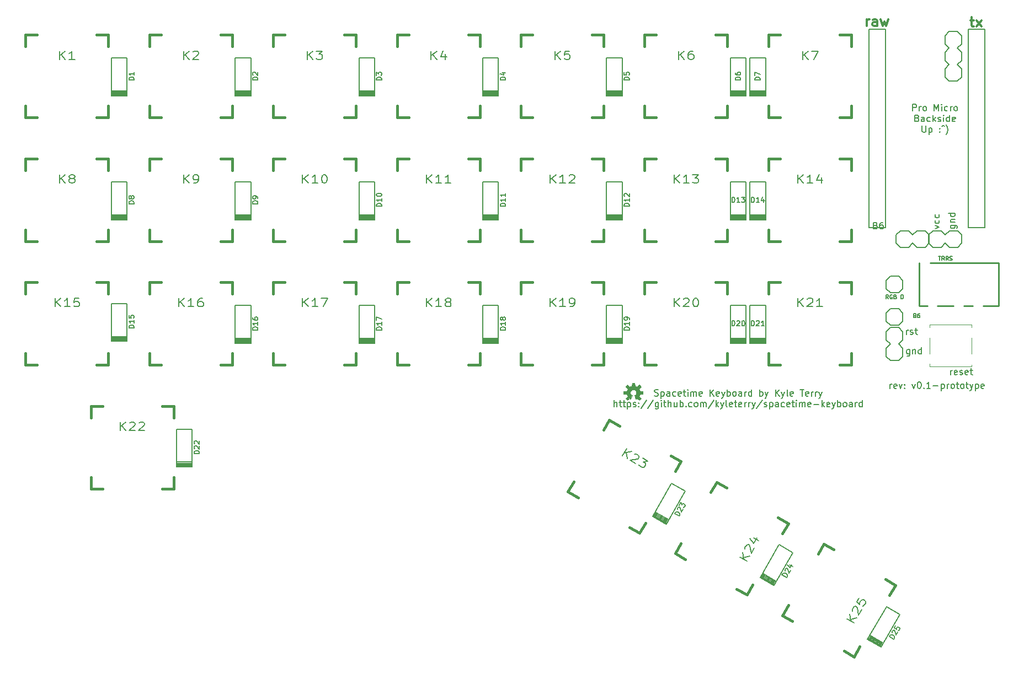
<source format=gbr>
G04 #@! TF.GenerationSoftware,KiCad,Pcbnew,5.1.2*
G04 #@! TF.CreationDate,2019-05-09T21:38:36-07:00*
G04 #@! TF.ProjectId,spacetime,73706163-6574-4696-9d65-2e6b69636164,v0.1*
G04 #@! TF.SameCoordinates,Original*
G04 #@! TF.FileFunction,Legend,Top*
G04 #@! TF.FilePolarity,Positive*
%FSLAX46Y46*%
G04 Gerber Fmt 4.6, Leading zero omitted, Abs format (unit mm)*
G04 Created by KiCad (PCBNEW 5.1.2) date 2019-05-09 21:38:36*
%MOMM*%
%LPD*%
G04 APERTURE LIST*
%ADD10C,0.300000*%
%ADD11C,0.150000*%
%ADD12C,0.010000*%
%ADD13C,0.203200*%
%ADD14C,0.200000*%
%ADD15C,0.254000*%
%ADD16C,0.381000*%
%ADD17C,0.120000*%
%ADD18C,0.127000*%
G04 APERTURE END LIST*
D10*
X200728571Y-30278571D02*
X200728571Y-29278571D01*
X200728571Y-29564285D02*
X200800000Y-29421428D01*
X200871428Y-29350000D01*
X201014285Y-29278571D01*
X201157142Y-29278571D01*
X202300000Y-30278571D02*
X202300000Y-29492857D01*
X202228571Y-29350000D01*
X202085714Y-29278571D01*
X201800000Y-29278571D01*
X201657142Y-29350000D01*
X202300000Y-30207142D02*
X202157142Y-30278571D01*
X201800000Y-30278571D01*
X201657142Y-30207142D01*
X201585714Y-30064285D01*
X201585714Y-29921428D01*
X201657142Y-29778571D01*
X201800000Y-29707142D01*
X202157142Y-29707142D01*
X202300000Y-29635714D01*
X202871428Y-29278571D02*
X203157142Y-30278571D01*
X203442857Y-29564285D01*
X203728571Y-30278571D01*
X204014285Y-29278571D01*
X216607142Y-29378571D02*
X217178571Y-29378571D01*
X216821428Y-28878571D02*
X216821428Y-30164285D01*
X216892857Y-30307142D01*
X217035714Y-30378571D01*
X217178571Y-30378571D01*
X217535714Y-30378571D02*
X218321428Y-29378571D01*
X217535714Y-29378571D02*
X218321428Y-30378571D01*
D11*
X204309523Y-85952380D02*
X204309523Y-85285714D01*
X204309523Y-85476190D02*
X204357142Y-85380952D01*
X204404761Y-85333333D01*
X204500000Y-85285714D01*
X204595238Y-85285714D01*
X205309523Y-85904761D02*
X205214285Y-85952380D01*
X205023809Y-85952380D01*
X204928571Y-85904761D01*
X204880952Y-85809523D01*
X204880952Y-85428571D01*
X204928571Y-85333333D01*
X205023809Y-85285714D01*
X205214285Y-85285714D01*
X205309523Y-85333333D01*
X205357142Y-85428571D01*
X205357142Y-85523809D01*
X204880952Y-85619047D01*
X205690476Y-85285714D02*
X205928571Y-85952380D01*
X206166666Y-85285714D01*
X206547619Y-85857142D02*
X206595238Y-85904761D01*
X206547619Y-85952380D01*
X206500000Y-85904761D01*
X206547619Y-85857142D01*
X206547619Y-85952380D01*
X206547619Y-85333333D02*
X206595238Y-85380952D01*
X206547619Y-85428571D01*
X206500000Y-85380952D01*
X206547619Y-85333333D01*
X206547619Y-85428571D01*
X207690476Y-85285714D02*
X207928571Y-85952380D01*
X208166666Y-85285714D01*
X208738095Y-84952380D02*
X208833333Y-84952380D01*
X208928571Y-85000000D01*
X208976190Y-85047619D01*
X209023809Y-85142857D01*
X209071428Y-85333333D01*
X209071428Y-85571428D01*
X209023809Y-85761904D01*
X208976190Y-85857142D01*
X208928571Y-85904761D01*
X208833333Y-85952380D01*
X208738095Y-85952380D01*
X208642857Y-85904761D01*
X208595238Y-85857142D01*
X208547619Y-85761904D01*
X208500000Y-85571428D01*
X208500000Y-85333333D01*
X208547619Y-85142857D01*
X208595238Y-85047619D01*
X208642857Y-85000000D01*
X208738095Y-84952380D01*
X209500000Y-85857142D02*
X209547619Y-85904761D01*
X209500000Y-85952380D01*
X209452380Y-85904761D01*
X209500000Y-85857142D01*
X209500000Y-85952380D01*
X210500000Y-85952380D02*
X209928571Y-85952380D01*
X210214285Y-85952380D02*
X210214285Y-84952380D01*
X210119047Y-85095238D01*
X210023809Y-85190476D01*
X209928571Y-85238095D01*
X210928571Y-85571428D02*
X211690476Y-85571428D01*
X212166666Y-85285714D02*
X212166666Y-86285714D01*
X212166666Y-85333333D02*
X212261904Y-85285714D01*
X212452380Y-85285714D01*
X212547619Y-85333333D01*
X212595238Y-85380952D01*
X212642857Y-85476190D01*
X212642857Y-85761904D01*
X212595238Y-85857142D01*
X212547619Y-85904761D01*
X212452380Y-85952380D01*
X212261904Y-85952380D01*
X212166666Y-85904761D01*
X213071428Y-85952380D02*
X213071428Y-85285714D01*
X213071428Y-85476190D02*
X213119047Y-85380952D01*
X213166666Y-85333333D01*
X213261904Y-85285714D01*
X213357142Y-85285714D01*
X213833333Y-85952380D02*
X213738095Y-85904761D01*
X213690476Y-85857142D01*
X213642857Y-85761904D01*
X213642857Y-85476190D01*
X213690476Y-85380952D01*
X213738095Y-85333333D01*
X213833333Y-85285714D01*
X213976190Y-85285714D01*
X214071428Y-85333333D01*
X214119047Y-85380952D01*
X214166666Y-85476190D01*
X214166666Y-85761904D01*
X214119047Y-85857142D01*
X214071428Y-85904761D01*
X213976190Y-85952380D01*
X213833333Y-85952380D01*
X214452380Y-85285714D02*
X214833333Y-85285714D01*
X214595238Y-84952380D02*
X214595238Y-85809523D01*
X214642857Y-85904761D01*
X214738095Y-85952380D01*
X214833333Y-85952380D01*
X215309523Y-85952380D02*
X215214285Y-85904761D01*
X215166666Y-85857142D01*
X215119047Y-85761904D01*
X215119047Y-85476190D01*
X215166666Y-85380952D01*
X215214285Y-85333333D01*
X215309523Y-85285714D01*
X215452380Y-85285714D01*
X215547619Y-85333333D01*
X215595238Y-85380952D01*
X215642857Y-85476190D01*
X215642857Y-85761904D01*
X215595238Y-85857142D01*
X215547619Y-85904761D01*
X215452380Y-85952380D01*
X215309523Y-85952380D01*
X215928571Y-85285714D02*
X216309523Y-85285714D01*
X216071428Y-84952380D02*
X216071428Y-85809523D01*
X216119047Y-85904761D01*
X216214285Y-85952380D01*
X216309523Y-85952380D01*
X216547619Y-85285714D02*
X216785714Y-85952380D01*
X217023809Y-85285714D02*
X216785714Y-85952380D01*
X216690476Y-86190476D01*
X216642857Y-86238095D01*
X216547619Y-86285714D01*
X217404761Y-85285714D02*
X217404761Y-86285714D01*
X217404761Y-85333333D02*
X217500000Y-85285714D01*
X217690476Y-85285714D01*
X217785714Y-85333333D01*
X217833333Y-85380952D01*
X217880952Y-85476190D01*
X217880952Y-85761904D01*
X217833333Y-85857142D01*
X217785714Y-85904761D01*
X217690476Y-85952380D01*
X217500000Y-85952380D01*
X217404761Y-85904761D01*
X218690476Y-85904761D02*
X218595238Y-85952380D01*
X218404761Y-85952380D01*
X218309523Y-85904761D01*
X218261904Y-85809523D01*
X218261904Y-85428571D01*
X218309523Y-85333333D01*
X218404761Y-85285714D01*
X218595238Y-85285714D01*
X218690476Y-85333333D01*
X218738095Y-85428571D01*
X218738095Y-85523809D01*
X218261904Y-85619047D01*
X168166666Y-87079761D02*
X168309523Y-87127380D01*
X168547619Y-87127380D01*
X168642857Y-87079761D01*
X168690476Y-87032142D01*
X168738095Y-86936904D01*
X168738095Y-86841666D01*
X168690476Y-86746428D01*
X168642857Y-86698809D01*
X168547619Y-86651190D01*
X168357142Y-86603571D01*
X168261904Y-86555952D01*
X168214285Y-86508333D01*
X168166666Y-86413095D01*
X168166666Y-86317857D01*
X168214285Y-86222619D01*
X168261904Y-86175000D01*
X168357142Y-86127380D01*
X168595238Y-86127380D01*
X168738095Y-86175000D01*
X169166666Y-86460714D02*
X169166666Y-87460714D01*
X169166666Y-86508333D02*
X169261904Y-86460714D01*
X169452380Y-86460714D01*
X169547619Y-86508333D01*
X169595238Y-86555952D01*
X169642857Y-86651190D01*
X169642857Y-86936904D01*
X169595238Y-87032142D01*
X169547619Y-87079761D01*
X169452380Y-87127380D01*
X169261904Y-87127380D01*
X169166666Y-87079761D01*
X170500000Y-87127380D02*
X170500000Y-86603571D01*
X170452380Y-86508333D01*
X170357142Y-86460714D01*
X170166666Y-86460714D01*
X170071428Y-86508333D01*
X170500000Y-87079761D02*
X170404761Y-87127380D01*
X170166666Y-87127380D01*
X170071428Y-87079761D01*
X170023809Y-86984523D01*
X170023809Y-86889285D01*
X170071428Y-86794047D01*
X170166666Y-86746428D01*
X170404761Y-86746428D01*
X170500000Y-86698809D01*
X171404761Y-87079761D02*
X171309523Y-87127380D01*
X171119047Y-87127380D01*
X171023809Y-87079761D01*
X170976190Y-87032142D01*
X170928571Y-86936904D01*
X170928571Y-86651190D01*
X170976190Y-86555952D01*
X171023809Y-86508333D01*
X171119047Y-86460714D01*
X171309523Y-86460714D01*
X171404761Y-86508333D01*
X172214285Y-87079761D02*
X172119047Y-87127380D01*
X171928571Y-87127380D01*
X171833333Y-87079761D01*
X171785714Y-86984523D01*
X171785714Y-86603571D01*
X171833333Y-86508333D01*
X171928571Y-86460714D01*
X172119047Y-86460714D01*
X172214285Y-86508333D01*
X172261904Y-86603571D01*
X172261904Y-86698809D01*
X171785714Y-86794047D01*
X172547619Y-86460714D02*
X172928571Y-86460714D01*
X172690476Y-86127380D02*
X172690476Y-86984523D01*
X172738095Y-87079761D01*
X172833333Y-87127380D01*
X172928571Y-87127380D01*
X173261904Y-87127380D02*
X173261904Y-86460714D01*
X173261904Y-86127380D02*
X173214285Y-86175000D01*
X173261904Y-86222619D01*
X173309523Y-86175000D01*
X173261904Y-86127380D01*
X173261904Y-86222619D01*
X173738095Y-87127380D02*
X173738095Y-86460714D01*
X173738095Y-86555952D02*
X173785714Y-86508333D01*
X173880952Y-86460714D01*
X174023809Y-86460714D01*
X174119047Y-86508333D01*
X174166666Y-86603571D01*
X174166666Y-87127380D01*
X174166666Y-86603571D02*
X174214285Y-86508333D01*
X174309523Y-86460714D01*
X174452380Y-86460714D01*
X174547619Y-86508333D01*
X174595238Y-86603571D01*
X174595238Y-87127380D01*
X175452380Y-87079761D02*
X175357142Y-87127380D01*
X175166666Y-87127380D01*
X175071428Y-87079761D01*
X175023809Y-86984523D01*
X175023809Y-86603571D01*
X175071428Y-86508333D01*
X175166666Y-86460714D01*
X175357142Y-86460714D01*
X175452380Y-86508333D01*
X175500000Y-86603571D01*
X175500000Y-86698809D01*
X175023809Y-86794047D01*
X176690476Y-87127380D02*
X176690476Y-86127380D01*
X177261904Y-87127380D02*
X176833333Y-86555952D01*
X177261904Y-86127380D02*
X176690476Y-86698809D01*
X178071428Y-87079761D02*
X177976190Y-87127380D01*
X177785714Y-87127380D01*
X177690476Y-87079761D01*
X177642857Y-86984523D01*
X177642857Y-86603571D01*
X177690476Y-86508333D01*
X177785714Y-86460714D01*
X177976190Y-86460714D01*
X178071428Y-86508333D01*
X178119047Y-86603571D01*
X178119047Y-86698809D01*
X177642857Y-86794047D01*
X178452380Y-86460714D02*
X178690476Y-87127380D01*
X178928571Y-86460714D02*
X178690476Y-87127380D01*
X178595238Y-87365476D01*
X178547619Y-87413095D01*
X178452380Y-87460714D01*
X179309523Y-87127380D02*
X179309523Y-86127380D01*
X179309523Y-86508333D02*
X179404761Y-86460714D01*
X179595238Y-86460714D01*
X179690476Y-86508333D01*
X179738095Y-86555952D01*
X179785714Y-86651190D01*
X179785714Y-86936904D01*
X179738095Y-87032142D01*
X179690476Y-87079761D01*
X179595238Y-87127380D01*
X179404761Y-87127380D01*
X179309523Y-87079761D01*
X180357142Y-87127380D02*
X180261904Y-87079761D01*
X180214285Y-87032142D01*
X180166666Y-86936904D01*
X180166666Y-86651190D01*
X180214285Y-86555952D01*
X180261904Y-86508333D01*
X180357142Y-86460714D01*
X180500000Y-86460714D01*
X180595238Y-86508333D01*
X180642857Y-86555952D01*
X180690476Y-86651190D01*
X180690476Y-86936904D01*
X180642857Y-87032142D01*
X180595238Y-87079761D01*
X180500000Y-87127380D01*
X180357142Y-87127380D01*
X181547619Y-87127380D02*
X181547619Y-86603571D01*
X181500000Y-86508333D01*
X181404761Y-86460714D01*
X181214285Y-86460714D01*
X181119047Y-86508333D01*
X181547619Y-87079761D02*
X181452380Y-87127380D01*
X181214285Y-87127380D01*
X181119047Y-87079761D01*
X181071428Y-86984523D01*
X181071428Y-86889285D01*
X181119047Y-86794047D01*
X181214285Y-86746428D01*
X181452380Y-86746428D01*
X181547619Y-86698809D01*
X182023809Y-87127380D02*
X182023809Y-86460714D01*
X182023809Y-86651190D02*
X182071428Y-86555952D01*
X182119047Y-86508333D01*
X182214285Y-86460714D01*
X182309523Y-86460714D01*
X183071428Y-87127380D02*
X183071428Y-86127380D01*
X183071428Y-87079761D02*
X182976190Y-87127380D01*
X182785714Y-87127380D01*
X182690476Y-87079761D01*
X182642857Y-87032142D01*
X182595238Y-86936904D01*
X182595238Y-86651190D01*
X182642857Y-86555952D01*
X182690476Y-86508333D01*
X182785714Y-86460714D01*
X182976190Y-86460714D01*
X183071428Y-86508333D01*
X184309523Y-87127380D02*
X184309523Y-86127380D01*
X184309523Y-86508333D02*
X184404761Y-86460714D01*
X184595238Y-86460714D01*
X184690476Y-86508333D01*
X184738095Y-86555952D01*
X184785714Y-86651190D01*
X184785714Y-86936904D01*
X184738095Y-87032142D01*
X184690476Y-87079761D01*
X184595238Y-87127380D01*
X184404761Y-87127380D01*
X184309523Y-87079761D01*
X185119047Y-86460714D02*
X185357142Y-87127380D01*
X185595238Y-86460714D02*
X185357142Y-87127380D01*
X185261904Y-87365476D01*
X185214285Y-87413095D01*
X185119047Y-87460714D01*
X186738095Y-87127380D02*
X186738095Y-86127380D01*
X187309523Y-87127380D02*
X186880952Y-86555952D01*
X187309523Y-86127380D02*
X186738095Y-86698809D01*
X187642857Y-86460714D02*
X187880952Y-87127380D01*
X188119047Y-86460714D02*
X187880952Y-87127380D01*
X187785714Y-87365476D01*
X187738095Y-87413095D01*
X187642857Y-87460714D01*
X188642857Y-87127380D02*
X188547619Y-87079761D01*
X188500000Y-86984523D01*
X188500000Y-86127380D01*
X189404761Y-87079761D02*
X189309523Y-87127380D01*
X189119047Y-87127380D01*
X189023809Y-87079761D01*
X188976190Y-86984523D01*
X188976190Y-86603571D01*
X189023809Y-86508333D01*
X189119047Y-86460714D01*
X189309523Y-86460714D01*
X189404761Y-86508333D01*
X189452380Y-86603571D01*
X189452380Y-86698809D01*
X188976190Y-86794047D01*
X190500000Y-86127380D02*
X191071428Y-86127380D01*
X190785714Y-87127380D02*
X190785714Y-86127380D01*
X191785714Y-87079761D02*
X191690476Y-87127380D01*
X191500000Y-87127380D01*
X191404761Y-87079761D01*
X191357142Y-86984523D01*
X191357142Y-86603571D01*
X191404761Y-86508333D01*
X191500000Y-86460714D01*
X191690476Y-86460714D01*
X191785714Y-86508333D01*
X191833333Y-86603571D01*
X191833333Y-86698809D01*
X191357142Y-86794047D01*
X192261904Y-87127380D02*
X192261904Y-86460714D01*
X192261904Y-86651190D02*
X192309523Y-86555952D01*
X192357142Y-86508333D01*
X192452380Y-86460714D01*
X192547619Y-86460714D01*
X192880952Y-87127380D02*
X192880952Y-86460714D01*
X192880952Y-86651190D02*
X192928571Y-86555952D01*
X192976190Y-86508333D01*
X193071428Y-86460714D01*
X193166666Y-86460714D01*
X193404761Y-86460714D02*
X193642857Y-87127380D01*
X193880952Y-86460714D02*
X193642857Y-87127380D01*
X193547619Y-87365476D01*
X193500000Y-87413095D01*
X193404761Y-87460714D01*
X161976190Y-88777380D02*
X161976190Y-87777380D01*
X162404761Y-88777380D02*
X162404761Y-88253571D01*
X162357142Y-88158333D01*
X162261904Y-88110714D01*
X162119047Y-88110714D01*
X162023809Y-88158333D01*
X161976190Y-88205952D01*
X162738095Y-88110714D02*
X163119047Y-88110714D01*
X162880952Y-87777380D02*
X162880952Y-88634523D01*
X162928571Y-88729761D01*
X163023809Y-88777380D01*
X163119047Y-88777380D01*
X163309523Y-88110714D02*
X163690476Y-88110714D01*
X163452380Y-87777380D02*
X163452380Y-88634523D01*
X163500000Y-88729761D01*
X163595238Y-88777380D01*
X163690476Y-88777380D01*
X164023809Y-88110714D02*
X164023809Y-89110714D01*
X164023809Y-88158333D02*
X164119047Y-88110714D01*
X164309523Y-88110714D01*
X164404761Y-88158333D01*
X164452380Y-88205952D01*
X164500000Y-88301190D01*
X164500000Y-88586904D01*
X164452380Y-88682142D01*
X164404761Y-88729761D01*
X164309523Y-88777380D01*
X164119047Y-88777380D01*
X164023809Y-88729761D01*
X164880952Y-88729761D02*
X164976190Y-88777380D01*
X165166666Y-88777380D01*
X165261904Y-88729761D01*
X165309523Y-88634523D01*
X165309523Y-88586904D01*
X165261904Y-88491666D01*
X165166666Y-88444047D01*
X165023809Y-88444047D01*
X164928571Y-88396428D01*
X164880952Y-88301190D01*
X164880952Y-88253571D01*
X164928571Y-88158333D01*
X165023809Y-88110714D01*
X165166666Y-88110714D01*
X165261904Y-88158333D01*
X165738095Y-88682142D02*
X165785714Y-88729761D01*
X165738095Y-88777380D01*
X165690476Y-88729761D01*
X165738095Y-88682142D01*
X165738095Y-88777380D01*
X165738095Y-88158333D02*
X165785714Y-88205952D01*
X165738095Y-88253571D01*
X165690476Y-88205952D01*
X165738095Y-88158333D01*
X165738095Y-88253571D01*
X166928571Y-87729761D02*
X166071428Y-89015476D01*
X167976190Y-87729761D02*
X167119047Y-89015476D01*
X168738095Y-88110714D02*
X168738095Y-88920238D01*
X168690476Y-89015476D01*
X168642857Y-89063095D01*
X168547619Y-89110714D01*
X168404761Y-89110714D01*
X168309523Y-89063095D01*
X168738095Y-88729761D02*
X168642857Y-88777380D01*
X168452380Y-88777380D01*
X168357142Y-88729761D01*
X168309523Y-88682142D01*
X168261904Y-88586904D01*
X168261904Y-88301190D01*
X168309523Y-88205952D01*
X168357142Y-88158333D01*
X168452380Y-88110714D01*
X168642857Y-88110714D01*
X168738095Y-88158333D01*
X169214285Y-88777380D02*
X169214285Y-88110714D01*
X169214285Y-87777380D02*
X169166666Y-87825000D01*
X169214285Y-87872619D01*
X169261904Y-87825000D01*
X169214285Y-87777380D01*
X169214285Y-87872619D01*
X169547619Y-88110714D02*
X169928571Y-88110714D01*
X169690476Y-87777380D02*
X169690476Y-88634523D01*
X169738095Y-88729761D01*
X169833333Y-88777380D01*
X169928571Y-88777380D01*
X170261904Y-88777380D02*
X170261904Y-87777380D01*
X170690476Y-88777380D02*
X170690476Y-88253571D01*
X170642857Y-88158333D01*
X170547619Y-88110714D01*
X170404761Y-88110714D01*
X170309523Y-88158333D01*
X170261904Y-88205952D01*
X171595238Y-88110714D02*
X171595238Y-88777380D01*
X171166666Y-88110714D02*
X171166666Y-88634523D01*
X171214285Y-88729761D01*
X171309523Y-88777380D01*
X171452380Y-88777380D01*
X171547619Y-88729761D01*
X171595238Y-88682142D01*
X172071428Y-88777380D02*
X172071428Y-87777380D01*
X172071428Y-88158333D02*
X172166666Y-88110714D01*
X172357142Y-88110714D01*
X172452380Y-88158333D01*
X172500000Y-88205952D01*
X172547619Y-88301190D01*
X172547619Y-88586904D01*
X172500000Y-88682142D01*
X172452380Y-88729761D01*
X172357142Y-88777380D01*
X172166666Y-88777380D01*
X172071428Y-88729761D01*
X172976190Y-88682142D02*
X173023809Y-88729761D01*
X172976190Y-88777380D01*
X172928571Y-88729761D01*
X172976190Y-88682142D01*
X172976190Y-88777380D01*
X173880952Y-88729761D02*
X173785714Y-88777380D01*
X173595238Y-88777380D01*
X173500000Y-88729761D01*
X173452380Y-88682142D01*
X173404761Y-88586904D01*
X173404761Y-88301190D01*
X173452380Y-88205952D01*
X173500000Y-88158333D01*
X173595238Y-88110714D01*
X173785714Y-88110714D01*
X173880952Y-88158333D01*
X174452380Y-88777380D02*
X174357142Y-88729761D01*
X174309523Y-88682142D01*
X174261904Y-88586904D01*
X174261904Y-88301190D01*
X174309523Y-88205952D01*
X174357142Y-88158333D01*
X174452380Y-88110714D01*
X174595238Y-88110714D01*
X174690476Y-88158333D01*
X174738095Y-88205952D01*
X174785714Y-88301190D01*
X174785714Y-88586904D01*
X174738095Y-88682142D01*
X174690476Y-88729761D01*
X174595238Y-88777380D01*
X174452380Y-88777380D01*
X175214285Y-88777380D02*
X175214285Y-88110714D01*
X175214285Y-88205952D02*
X175261904Y-88158333D01*
X175357142Y-88110714D01*
X175500000Y-88110714D01*
X175595238Y-88158333D01*
X175642857Y-88253571D01*
X175642857Y-88777380D01*
X175642857Y-88253571D02*
X175690476Y-88158333D01*
X175785714Y-88110714D01*
X175928571Y-88110714D01*
X176023809Y-88158333D01*
X176071428Y-88253571D01*
X176071428Y-88777380D01*
X177261904Y-87729761D02*
X176404761Y-89015476D01*
X177595238Y-88777380D02*
X177595238Y-87777380D01*
X177690476Y-88396428D02*
X177976190Y-88777380D01*
X177976190Y-88110714D02*
X177595238Y-88491666D01*
X178309523Y-88110714D02*
X178547619Y-88777380D01*
X178785714Y-88110714D02*
X178547619Y-88777380D01*
X178452380Y-89015476D01*
X178404761Y-89063095D01*
X178309523Y-89110714D01*
X179309523Y-88777380D02*
X179214285Y-88729761D01*
X179166666Y-88634523D01*
X179166666Y-87777380D01*
X180071428Y-88729761D02*
X179976190Y-88777380D01*
X179785714Y-88777380D01*
X179690476Y-88729761D01*
X179642857Y-88634523D01*
X179642857Y-88253571D01*
X179690476Y-88158333D01*
X179785714Y-88110714D01*
X179976190Y-88110714D01*
X180071428Y-88158333D01*
X180119047Y-88253571D01*
X180119047Y-88348809D01*
X179642857Y-88444047D01*
X180404761Y-88110714D02*
X180785714Y-88110714D01*
X180547619Y-87777380D02*
X180547619Y-88634523D01*
X180595238Y-88729761D01*
X180690476Y-88777380D01*
X180785714Y-88777380D01*
X181500000Y-88729761D02*
X181404761Y-88777380D01*
X181214285Y-88777380D01*
X181119047Y-88729761D01*
X181071428Y-88634523D01*
X181071428Y-88253571D01*
X181119047Y-88158333D01*
X181214285Y-88110714D01*
X181404761Y-88110714D01*
X181500000Y-88158333D01*
X181547619Y-88253571D01*
X181547619Y-88348809D01*
X181071428Y-88444047D01*
X181976190Y-88777380D02*
X181976190Y-88110714D01*
X181976190Y-88301190D02*
X182023809Y-88205952D01*
X182071428Y-88158333D01*
X182166666Y-88110714D01*
X182261904Y-88110714D01*
X182595238Y-88777380D02*
X182595238Y-88110714D01*
X182595238Y-88301190D02*
X182642857Y-88205952D01*
X182690476Y-88158333D01*
X182785714Y-88110714D01*
X182880952Y-88110714D01*
X183119047Y-88110714D02*
X183357142Y-88777380D01*
X183595238Y-88110714D02*
X183357142Y-88777380D01*
X183261904Y-89015476D01*
X183214285Y-89063095D01*
X183119047Y-89110714D01*
X184690476Y-87729761D02*
X183833333Y-89015476D01*
X184976190Y-88729761D02*
X185071428Y-88777380D01*
X185261904Y-88777380D01*
X185357142Y-88729761D01*
X185404761Y-88634523D01*
X185404761Y-88586904D01*
X185357142Y-88491666D01*
X185261904Y-88444047D01*
X185119047Y-88444047D01*
X185023809Y-88396428D01*
X184976190Y-88301190D01*
X184976190Y-88253571D01*
X185023809Y-88158333D01*
X185119047Y-88110714D01*
X185261904Y-88110714D01*
X185357142Y-88158333D01*
X185833333Y-88110714D02*
X185833333Y-89110714D01*
X185833333Y-88158333D02*
X185928571Y-88110714D01*
X186119047Y-88110714D01*
X186214285Y-88158333D01*
X186261904Y-88205952D01*
X186309523Y-88301190D01*
X186309523Y-88586904D01*
X186261904Y-88682142D01*
X186214285Y-88729761D01*
X186119047Y-88777380D01*
X185928571Y-88777380D01*
X185833333Y-88729761D01*
X187166666Y-88777380D02*
X187166666Y-88253571D01*
X187119047Y-88158333D01*
X187023809Y-88110714D01*
X186833333Y-88110714D01*
X186738095Y-88158333D01*
X187166666Y-88729761D02*
X187071428Y-88777380D01*
X186833333Y-88777380D01*
X186738095Y-88729761D01*
X186690476Y-88634523D01*
X186690476Y-88539285D01*
X186738095Y-88444047D01*
X186833333Y-88396428D01*
X187071428Y-88396428D01*
X187166666Y-88348809D01*
X188071428Y-88729761D02*
X187976190Y-88777380D01*
X187785714Y-88777380D01*
X187690476Y-88729761D01*
X187642857Y-88682142D01*
X187595238Y-88586904D01*
X187595238Y-88301190D01*
X187642857Y-88205952D01*
X187690476Y-88158333D01*
X187785714Y-88110714D01*
X187976190Y-88110714D01*
X188071428Y-88158333D01*
X188880952Y-88729761D02*
X188785714Y-88777380D01*
X188595238Y-88777380D01*
X188500000Y-88729761D01*
X188452380Y-88634523D01*
X188452380Y-88253571D01*
X188500000Y-88158333D01*
X188595238Y-88110714D01*
X188785714Y-88110714D01*
X188880952Y-88158333D01*
X188928571Y-88253571D01*
X188928571Y-88348809D01*
X188452380Y-88444047D01*
X189214285Y-88110714D02*
X189595238Y-88110714D01*
X189357142Y-87777380D02*
X189357142Y-88634523D01*
X189404761Y-88729761D01*
X189500000Y-88777380D01*
X189595238Y-88777380D01*
X189928571Y-88777380D02*
X189928571Y-88110714D01*
X189928571Y-87777380D02*
X189880952Y-87825000D01*
X189928571Y-87872619D01*
X189976190Y-87825000D01*
X189928571Y-87777380D01*
X189928571Y-87872619D01*
X190404761Y-88777380D02*
X190404761Y-88110714D01*
X190404761Y-88205952D02*
X190452380Y-88158333D01*
X190547619Y-88110714D01*
X190690476Y-88110714D01*
X190785714Y-88158333D01*
X190833333Y-88253571D01*
X190833333Y-88777380D01*
X190833333Y-88253571D02*
X190880952Y-88158333D01*
X190976190Y-88110714D01*
X191119047Y-88110714D01*
X191214285Y-88158333D01*
X191261904Y-88253571D01*
X191261904Y-88777380D01*
X192119047Y-88729761D02*
X192023809Y-88777380D01*
X191833333Y-88777380D01*
X191738095Y-88729761D01*
X191690476Y-88634523D01*
X191690476Y-88253571D01*
X191738095Y-88158333D01*
X191833333Y-88110714D01*
X192023809Y-88110714D01*
X192119047Y-88158333D01*
X192166666Y-88253571D01*
X192166666Y-88348809D01*
X191690476Y-88444047D01*
X192595238Y-88396428D02*
X193357142Y-88396428D01*
X193833333Y-88777380D02*
X193833333Y-87777380D01*
X193928571Y-88396428D02*
X194214285Y-88777380D01*
X194214285Y-88110714D02*
X193833333Y-88491666D01*
X195023809Y-88729761D02*
X194928571Y-88777380D01*
X194738095Y-88777380D01*
X194642857Y-88729761D01*
X194595238Y-88634523D01*
X194595238Y-88253571D01*
X194642857Y-88158333D01*
X194738095Y-88110714D01*
X194928571Y-88110714D01*
X195023809Y-88158333D01*
X195071428Y-88253571D01*
X195071428Y-88348809D01*
X194595238Y-88444047D01*
X195404761Y-88110714D02*
X195642857Y-88777380D01*
X195880952Y-88110714D02*
X195642857Y-88777380D01*
X195547619Y-89015476D01*
X195500000Y-89063095D01*
X195404761Y-89110714D01*
X196261904Y-88777380D02*
X196261904Y-87777380D01*
X196261904Y-88158333D02*
X196357142Y-88110714D01*
X196547619Y-88110714D01*
X196642857Y-88158333D01*
X196690476Y-88205952D01*
X196738095Y-88301190D01*
X196738095Y-88586904D01*
X196690476Y-88682142D01*
X196642857Y-88729761D01*
X196547619Y-88777380D01*
X196357142Y-88777380D01*
X196261904Y-88729761D01*
X197309523Y-88777380D02*
X197214285Y-88729761D01*
X197166666Y-88682142D01*
X197119047Y-88586904D01*
X197119047Y-88301190D01*
X197166666Y-88205952D01*
X197214285Y-88158333D01*
X197309523Y-88110714D01*
X197452380Y-88110714D01*
X197547619Y-88158333D01*
X197595238Y-88205952D01*
X197642857Y-88301190D01*
X197642857Y-88586904D01*
X197595238Y-88682142D01*
X197547619Y-88729761D01*
X197452380Y-88777380D01*
X197309523Y-88777380D01*
X198500000Y-88777380D02*
X198500000Y-88253571D01*
X198452380Y-88158333D01*
X198357142Y-88110714D01*
X198166666Y-88110714D01*
X198071428Y-88158333D01*
X198500000Y-88729761D02*
X198404761Y-88777380D01*
X198166666Y-88777380D01*
X198071428Y-88729761D01*
X198023809Y-88634523D01*
X198023809Y-88539285D01*
X198071428Y-88444047D01*
X198166666Y-88396428D01*
X198404761Y-88396428D01*
X198500000Y-88348809D01*
X198976190Y-88777380D02*
X198976190Y-88110714D01*
X198976190Y-88301190D02*
X199023809Y-88205952D01*
X199071428Y-88158333D01*
X199166666Y-88110714D01*
X199261904Y-88110714D01*
X200023809Y-88777380D02*
X200023809Y-87777380D01*
X200023809Y-88729761D02*
X199928571Y-88777380D01*
X199738095Y-88777380D01*
X199642857Y-88729761D01*
X199595238Y-88682142D01*
X199547619Y-88586904D01*
X199547619Y-88301190D01*
X199595238Y-88205952D01*
X199642857Y-88158333D01*
X199738095Y-88110714D01*
X199928571Y-88110714D01*
X200023809Y-88158333D01*
X211185714Y-61395238D02*
X211852380Y-61157142D01*
X211185714Y-60919047D01*
X211804761Y-60109523D02*
X211852380Y-60204761D01*
X211852380Y-60395238D01*
X211804761Y-60490476D01*
X211757142Y-60538095D01*
X211661904Y-60585714D01*
X211376190Y-60585714D01*
X211280952Y-60538095D01*
X211233333Y-60490476D01*
X211185714Y-60395238D01*
X211185714Y-60204761D01*
X211233333Y-60109523D01*
X211804761Y-59252380D02*
X211852380Y-59347619D01*
X211852380Y-59538095D01*
X211804761Y-59633333D01*
X211757142Y-59680952D01*
X211661904Y-59728571D01*
X211376190Y-59728571D01*
X211280952Y-59680952D01*
X211233333Y-59633333D01*
X211185714Y-59538095D01*
X211185714Y-59347619D01*
X211233333Y-59252380D01*
X213585714Y-60890476D02*
X214395238Y-60890476D01*
X214490476Y-60938095D01*
X214538095Y-60985714D01*
X214585714Y-61080952D01*
X214585714Y-61223809D01*
X214538095Y-61319047D01*
X214204761Y-60890476D02*
X214252380Y-60985714D01*
X214252380Y-61176190D01*
X214204761Y-61271428D01*
X214157142Y-61319047D01*
X214061904Y-61366666D01*
X213776190Y-61366666D01*
X213680952Y-61319047D01*
X213633333Y-61271428D01*
X213585714Y-61176190D01*
X213585714Y-60985714D01*
X213633333Y-60890476D01*
X213585714Y-60414285D02*
X214252380Y-60414285D01*
X213680952Y-60414285D02*
X213633333Y-60366666D01*
X213585714Y-60271428D01*
X213585714Y-60128571D01*
X213633333Y-60033333D01*
X213728571Y-59985714D01*
X214252380Y-59985714D01*
X214252380Y-59080952D02*
X213252380Y-59080952D01*
X214204761Y-59080952D02*
X214252380Y-59176190D01*
X214252380Y-59366666D01*
X214204761Y-59461904D01*
X214157142Y-59509523D01*
X214061904Y-59557142D01*
X213776190Y-59557142D01*
X213680952Y-59509523D01*
X213633333Y-59461904D01*
X213585714Y-59366666D01*
X213585714Y-59176190D01*
X213633333Y-59080952D01*
X207309523Y-79985714D02*
X207309523Y-80795238D01*
X207261904Y-80890476D01*
X207214285Y-80938095D01*
X207119047Y-80985714D01*
X206976190Y-80985714D01*
X206880952Y-80938095D01*
X207309523Y-80604761D02*
X207214285Y-80652380D01*
X207023809Y-80652380D01*
X206928571Y-80604761D01*
X206880952Y-80557142D01*
X206833333Y-80461904D01*
X206833333Y-80176190D01*
X206880952Y-80080952D01*
X206928571Y-80033333D01*
X207023809Y-79985714D01*
X207214285Y-79985714D01*
X207309523Y-80033333D01*
X207785714Y-79985714D02*
X207785714Y-80652380D01*
X207785714Y-80080952D02*
X207833333Y-80033333D01*
X207928571Y-79985714D01*
X208071428Y-79985714D01*
X208166666Y-80033333D01*
X208214285Y-80128571D01*
X208214285Y-80652380D01*
X209119047Y-80652380D02*
X209119047Y-79652380D01*
X209119047Y-80604761D02*
X209023809Y-80652380D01*
X208833333Y-80652380D01*
X208738095Y-80604761D01*
X208690476Y-80557142D01*
X208642857Y-80461904D01*
X208642857Y-80176190D01*
X208690476Y-80080952D01*
X208738095Y-80033333D01*
X208833333Y-79985714D01*
X209023809Y-79985714D01*
X209119047Y-80033333D01*
X206838095Y-77652380D02*
X206838095Y-76985714D01*
X206838095Y-77176190D02*
X206885714Y-77080952D01*
X206933333Y-77033333D01*
X207028571Y-76985714D01*
X207123809Y-76985714D01*
X207409523Y-77604761D02*
X207504761Y-77652380D01*
X207695238Y-77652380D01*
X207790476Y-77604761D01*
X207838095Y-77509523D01*
X207838095Y-77461904D01*
X207790476Y-77366666D01*
X207695238Y-77319047D01*
X207552380Y-77319047D01*
X207457142Y-77271428D01*
X207409523Y-77176190D01*
X207409523Y-77128571D01*
X207457142Y-77033333D01*
X207552380Y-76985714D01*
X207695238Y-76985714D01*
X207790476Y-77033333D01*
X208123809Y-76985714D02*
X208504761Y-76985714D01*
X208266666Y-76652380D02*
X208266666Y-77509523D01*
X208314285Y-77604761D01*
X208409523Y-77652380D01*
X208504761Y-77652380D01*
X202095238Y-60928571D02*
X202238095Y-60976190D01*
X202285714Y-61023809D01*
X202333333Y-61119047D01*
X202333333Y-61261904D01*
X202285714Y-61357142D01*
X202238095Y-61404761D01*
X202142857Y-61452380D01*
X201761904Y-61452380D01*
X201761904Y-60452380D01*
X202095238Y-60452380D01*
X202190476Y-60500000D01*
X202238095Y-60547619D01*
X202285714Y-60642857D01*
X202285714Y-60738095D01*
X202238095Y-60833333D01*
X202190476Y-60880952D01*
X202095238Y-60928571D01*
X201761904Y-60928571D01*
X203190476Y-60452380D02*
X203000000Y-60452380D01*
X202904761Y-60500000D01*
X202857142Y-60547619D01*
X202761904Y-60690476D01*
X202714285Y-60880952D01*
X202714285Y-61261904D01*
X202761904Y-61357142D01*
X202809523Y-61404761D01*
X202904761Y-61452380D01*
X203095238Y-61452380D01*
X203190476Y-61404761D01*
X203238095Y-61357142D01*
X203285714Y-61261904D01*
X203285714Y-61023809D01*
X203238095Y-60928571D01*
X203190476Y-60880952D01*
X203095238Y-60833333D01*
X202904761Y-60833333D01*
X202809523Y-60880952D01*
X202761904Y-60928571D01*
X202714285Y-61023809D01*
X207795238Y-43302380D02*
X207795238Y-42302380D01*
X208176190Y-42302380D01*
X208271428Y-42350000D01*
X208319047Y-42397619D01*
X208366666Y-42492857D01*
X208366666Y-42635714D01*
X208319047Y-42730952D01*
X208271428Y-42778571D01*
X208176190Y-42826190D01*
X207795238Y-42826190D01*
X208795238Y-43302380D02*
X208795238Y-42635714D01*
X208795238Y-42826190D02*
X208842857Y-42730952D01*
X208890476Y-42683333D01*
X208985714Y-42635714D01*
X209080952Y-42635714D01*
X209557142Y-43302380D02*
X209461904Y-43254761D01*
X209414285Y-43207142D01*
X209366666Y-43111904D01*
X209366666Y-42826190D01*
X209414285Y-42730952D01*
X209461904Y-42683333D01*
X209557142Y-42635714D01*
X209700000Y-42635714D01*
X209795238Y-42683333D01*
X209842857Y-42730952D01*
X209890476Y-42826190D01*
X209890476Y-43111904D01*
X209842857Y-43207142D01*
X209795238Y-43254761D01*
X209700000Y-43302380D01*
X209557142Y-43302380D01*
X211080952Y-43302380D02*
X211080952Y-42302380D01*
X211414285Y-43016666D01*
X211747619Y-42302380D01*
X211747619Y-43302380D01*
X212223809Y-43302380D02*
X212223809Y-42635714D01*
X212223809Y-42302380D02*
X212176190Y-42350000D01*
X212223809Y-42397619D01*
X212271428Y-42350000D01*
X212223809Y-42302380D01*
X212223809Y-42397619D01*
X213128571Y-43254761D02*
X213033333Y-43302380D01*
X212842857Y-43302380D01*
X212747619Y-43254761D01*
X212700000Y-43207142D01*
X212652380Y-43111904D01*
X212652380Y-42826190D01*
X212700000Y-42730952D01*
X212747619Y-42683333D01*
X212842857Y-42635714D01*
X213033333Y-42635714D01*
X213128571Y-42683333D01*
X213557142Y-43302380D02*
X213557142Y-42635714D01*
X213557142Y-42826190D02*
X213604761Y-42730952D01*
X213652380Y-42683333D01*
X213747619Y-42635714D01*
X213842857Y-42635714D01*
X214319047Y-43302380D02*
X214223809Y-43254761D01*
X214176190Y-43207142D01*
X214128571Y-43111904D01*
X214128571Y-42826190D01*
X214176190Y-42730952D01*
X214223809Y-42683333D01*
X214319047Y-42635714D01*
X214461904Y-42635714D01*
X214557142Y-42683333D01*
X214604761Y-42730952D01*
X214652380Y-42826190D01*
X214652380Y-43111904D01*
X214604761Y-43207142D01*
X214557142Y-43254761D01*
X214461904Y-43302380D01*
X214319047Y-43302380D01*
X208461904Y-44428571D02*
X208604761Y-44476190D01*
X208652380Y-44523809D01*
X208700000Y-44619047D01*
X208700000Y-44761904D01*
X208652380Y-44857142D01*
X208604761Y-44904761D01*
X208509523Y-44952380D01*
X208128571Y-44952380D01*
X208128571Y-43952380D01*
X208461904Y-43952380D01*
X208557142Y-44000000D01*
X208604761Y-44047619D01*
X208652380Y-44142857D01*
X208652380Y-44238095D01*
X208604761Y-44333333D01*
X208557142Y-44380952D01*
X208461904Y-44428571D01*
X208128571Y-44428571D01*
X209557142Y-44952380D02*
X209557142Y-44428571D01*
X209509523Y-44333333D01*
X209414285Y-44285714D01*
X209223809Y-44285714D01*
X209128571Y-44333333D01*
X209557142Y-44904761D02*
X209461904Y-44952380D01*
X209223809Y-44952380D01*
X209128571Y-44904761D01*
X209080952Y-44809523D01*
X209080952Y-44714285D01*
X209128571Y-44619047D01*
X209223809Y-44571428D01*
X209461904Y-44571428D01*
X209557142Y-44523809D01*
X210461904Y-44904761D02*
X210366666Y-44952380D01*
X210176190Y-44952380D01*
X210080952Y-44904761D01*
X210033333Y-44857142D01*
X209985714Y-44761904D01*
X209985714Y-44476190D01*
X210033333Y-44380952D01*
X210080952Y-44333333D01*
X210176190Y-44285714D01*
X210366666Y-44285714D01*
X210461904Y-44333333D01*
X210890476Y-44952380D02*
X210890476Y-43952380D01*
X210985714Y-44571428D02*
X211271428Y-44952380D01*
X211271428Y-44285714D02*
X210890476Y-44666666D01*
X211652380Y-44904761D02*
X211747619Y-44952380D01*
X211938095Y-44952380D01*
X212033333Y-44904761D01*
X212080952Y-44809523D01*
X212080952Y-44761904D01*
X212033333Y-44666666D01*
X211938095Y-44619047D01*
X211795238Y-44619047D01*
X211700000Y-44571428D01*
X211652380Y-44476190D01*
X211652380Y-44428571D01*
X211700000Y-44333333D01*
X211795238Y-44285714D01*
X211938095Y-44285714D01*
X212033333Y-44333333D01*
X212509523Y-44952380D02*
X212509523Y-44285714D01*
X212509523Y-43952380D02*
X212461904Y-44000000D01*
X212509523Y-44047619D01*
X212557142Y-44000000D01*
X212509523Y-43952380D01*
X212509523Y-44047619D01*
X213414285Y-44952380D02*
X213414285Y-43952380D01*
X213414285Y-44904761D02*
X213319047Y-44952380D01*
X213128571Y-44952380D01*
X213033333Y-44904761D01*
X212985714Y-44857142D01*
X212938095Y-44761904D01*
X212938095Y-44476190D01*
X212985714Y-44380952D01*
X213033333Y-44333333D01*
X213128571Y-44285714D01*
X213319047Y-44285714D01*
X213414285Y-44333333D01*
X214271428Y-44904761D02*
X214176190Y-44952380D01*
X213985714Y-44952380D01*
X213890476Y-44904761D01*
X213842857Y-44809523D01*
X213842857Y-44428571D01*
X213890476Y-44333333D01*
X213985714Y-44285714D01*
X214176190Y-44285714D01*
X214271428Y-44333333D01*
X214319047Y-44428571D01*
X214319047Y-44523809D01*
X213842857Y-44619047D01*
X209223809Y-45602380D02*
X209223809Y-46411904D01*
X209271428Y-46507142D01*
X209319047Y-46554761D01*
X209414285Y-46602380D01*
X209604761Y-46602380D01*
X209700000Y-46554761D01*
X209747619Y-46507142D01*
X209795238Y-46411904D01*
X209795238Y-45602380D01*
X210271428Y-45935714D02*
X210271428Y-46935714D01*
X210271428Y-45983333D02*
X210366666Y-45935714D01*
X210557142Y-45935714D01*
X210652380Y-45983333D01*
X210700000Y-46030952D01*
X210747619Y-46126190D01*
X210747619Y-46411904D01*
X210700000Y-46507142D01*
X210652380Y-46554761D01*
X210557142Y-46602380D01*
X210366666Y-46602380D01*
X210271428Y-46554761D01*
X211938095Y-46507142D02*
X211985714Y-46554761D01*
X211938095Y-46602380D01*
X211890476Y-46554761D01*
X211938095Y-46507142D01*
X211938095Y-46602380D01*
X211938095Y-45983333D02*
X211985714Y-46030952D01*
X211938095Y-46078571D01*
X211890476Y-46030952D01*
X211938095Y-45983333D01*
X211938095Y-46078571D01*
X212271428Y-45697619D02*
X212461904Y-45554761D01*
X212652380Y-45697619D01*
X212890476Y-46983333D02*
X212938095Y-46935714D01*
X213033333Y-46792857D01*
X213080952Y-46697619D01*
X213128571Y-46554761D01*
X213176190Y-46316666D01*
X213176190Y-46126190D01*
X213128571Y-45888095D01*
X213080952Y-45745238D01*
X213033333Y-45650000D01*
X212938095Y-45507142D01*
X212890476Y-45459523D01*
D12*
G36*
X165293700Y-87552500D02*
G01*
X165446100Y-87473760D01*
X165822020Y-87781100D01*
X166081100Y-87522020D01*
X165773760Y-87146100D01*
X165852500Y-86993700D01*
X165903300Y-86831140D01*
X166388440Y-86780340D01*
X166388440Y-86419660D01*
X165903300Y-86368860D01*
X165852500Y-86206300D01*
X165773760Y-86053900D01*
X166081100Y-85677980D01*
X165822020Y-85418900D01*
X165446100Y-85726240D01*
X165293700Y-85647500D01*
X165131140Y-85596700D01*
X165080340Y-85111560D01*
X164719660Y-85111560D01*
X164668860Y-85596700D01*
X164506300Y-85647500D01*
X164353900Y-85726240D01*
X163977980Y-85418900D01*
X163718900Y-85677980D01*
X164026240Y-86053900D01*
X163947500Y-86206300D01*
X163896700Y-86368860D01*
X163411560Y-86419660D01*
X163411560Y-86780340D01*
X163896700Y-86831140D01*
X163947500Y-86993700D01*
X164026240Y-87146100D01*
X163718900Y-87522020D01*
X163977980Y-87781100D01*
X164353900Y-87473760D01*
X164506300Y-87552500D01*
X164722200Y-87031800D01*
X164625680Y-86978460D01*
X164544400Y-86902260D01*
X164483440Y-86810820D01*
X164445340Y-86709220D01*
X164432640Y-86600000D01*
X164445340Y-86490780D01*
X164485980Y-86384100D01*
X164549480Y-86292660D01*
X164633300Y-86216460D01*
X164732360Y-86165660D01*
X164839040Y-86137720D01*
X164950800Y-86135180D01*
X165060020Y-86160580D01*
X165159080Y-86211380D01*
X165245440Y-86285040D01*
X165308940Y-86376480D01*
X165352120Y-86480620D01*
X165367360Y-86589840D01*
X165357200Y-86699060D01*
X165319100Y-86805740D01*
X165258140Y-86899720D01*
X165176860Y-86975920D01*
X165077800Y-87031800D01*
X165293700Y-87552500D01*
G37*
X165293700Y-87552500D02*
X165446100Y-87473760D01*
X165822020Y-87781100D01*
X166081100Y-87522020D01*
X165773760Y-87146100D01*
X165852500Y-86993700D01*
X165903300Y-86831140D01*
X166388440Y-86780340D01*
X166388440Y-86419660D01*
X165903300Y-86368860D01*
X165852500Y-86206300D01*
X165773760Y-86053900D01*
X166081100Y-85677980D01*
X165822020Y-85418900D01*
X165446100Y-85726240D01*
X165293700Y-85647500D01*
X165131140Y-85596700D01*
X165080340Y-85111560D01*
X164719660Y-85111560D01*
X164668860Y-85596700D01*
X164506300Y-85647500D01*
X164353900Y-85726240D01*
X163977980Y-85418900D01*
X163718900Y-85677980D01*
X164026240Y-86053900D01*
X163947500Y-86206300D01*
X163896700Y-86368860D01*
X163411560Y-86419660D01*
X163411560Y-86780340D01*
X163896700Y-86831140D01*
X163947500Y-86993700D01*
X164026240Y-87146100D01*
X163718900Y-87522020D01*
X163977980Y-87781100D01*
X164353900Y-87473760D01*
X164506300Y-87552500D01*
X164722200Y-87031800D01*
X164625680Y-86978460D01*
X164544400Y-86902260D01*
X164483440Y-86810820D01*
X164445340Y-86709220D01*
X164432640Y-86600000D01*
X164445340Y-86490780D01*
X164485980Y-86384100D01*
X164549480Y-86292660D01*
X164633300Y-86216460D01*
X164732360Y-86165660D01*
X164839040Y-86137720D01*
X164950800Y-86135180D01*
X165060020Y-86160580D01*
X165159080Y-86211380D01*
X165245440Y-86285040D01*
X165308940Y-86376480D01*
X165352120Y-86480620D01*
X165367360Y-86589840D01*
X165357200Y-86699060D01*
X165319100Y-86805740D01*
X165258140Y-86899720D01*
X165176860Y-86975920D01*
X165077800Y-87031800D01*
X165293700Y-87552500D01*
D13*
X205865000Y-61730000D02*
X207135000Y-61730000D01*
X207135000Y-61730000D02*
X207770000Y-62365000D01*
X207770000Y-63635000D02*
X207135000Y-64270000D01*
X207770000Y-62365000D02*
X208405000Y-61730000D01*
X208405000Y-61730000D02*
X209675000Y-61730000D01*
X209675000Y-61730000D02*
X210310000Y-62365000D01*
X210310000Y-63635000D02*
X209675000Y-64270000D01*
X209675000Y-64270000D02*
X208405000Y-64270000D01*
X208405000Y-64270000D02*
X207770000Y-63635000D01*
X205230000Y-62365000D02*
X205230000Y-63635000D01*
X205865000Y-61730000D02*
X205230000Y-62365000D01*
X205230000Y-63635000D02*
X205865000Y-64270000D01*
X207135000Y-64270000D02*
X205865000Y-64270000D01*
X210310000Y-62365000D02*
X210310000Y-63635000D01*
D11*
X216340000Y-30790000D02*
X218880000Y-30790000D01*
X201100000Y-30790000D02*
X203640000Y-30790000D01*
X216340000Y-61270000D02*
X218880000Y-61270000D01*
X201100000Y-61270000D02*
X203640000Y-61270000D01*
X216340000Y-61270000D02*
X216340000Y-30790000D01*
X203640000Y-30790000D02*
X203640000Y-61270000D01*
X201100000Y-30790000D02*
X201100000Y-61270000D01*
X218880000Y-30790000D02*
X218880000Y-61270000D01*
D14*
X84800000Y-40275000D02*
X87200000Y-40275000D01*
X84800000Y-40450000D02*
X87200000Y-40450000D01*
X84800000Y-40625000D02*
X87200000Y-40625000D01*
X87200000Y-41025000D02*
X84800000Y-41025000D01*
X84800000Y-40800000D02*
X87200000Y-40800000D01*
X84800000Y-40925000D02*
X87200000Y-40925000D01*
X84800000Y-41000000D02*
X84800000Y-35200000D01*
X84800000Y-35200000D02*
X87200000Y-35200000D01*
X87200000Y-35200000D02*
X87200000Y-41000000D01*
X106200000Y-35200000D02*
X106200000Y-41000000D01*
X103800000Y-35200000D02*
X106200000Y-35200000D01*
X103800000Y-41000000D02*
X103800000Y-35200000D01*
X103800000Y-40925000D02*
X106200000Y-40925000D01*
X103800000Y-40800000D02*
X106200000Y-40800000D01*
X106200000Y-41025000D02*
X103800000Y-41025000D01*
X103800000Y-40625000D02*
X106200000Y-40625000D01*
X103800000Y-40450000D02*
X106200000Y-40450000D01*
X103800000Y-40275000D02*
X106200000Y-40275000D01*
X125200000Y-35200000D02*
X125200000Y-41000000D01*
X122800000Y-35200000D02*
X125200000Y-35200000D01*
X122800000Y-41000000D02*
X122800000Y-35200000D01*
X122800000Y-40925000D02*
X125200000Y-40925000D01*
X122800000Y-40800000D02*
X125200000Y-40800000D01*
X125200000Y-41025000D02*
X122800000Y-41025000D01*
X122800000Y-40625000D02*
X125200000Y-40625000D01*
X122800000Y-40450000D02*
X125200000Y-40450000D01*
X122800000Y-40275000D02*
X125200000Y-40275000D01*
X144200000Y-35200000D02*
X144200000Y-41000000D01*
X141800000Y-35200000D02*
X144200000Y-35200000D01*
X141800000Y-41000000D02*
X141800000Y-35200000D01*
X141800000Y-40925000D02*
X144200000Y-40925000D01*
X141800000Y-40800000D02*
X144200000Y-40800000D01*
X144200000Y-41025000D02*
X141800000Y-41025000D01*
X141800000Y-40625000D02*
X144200000Y-40625000D01*
X141800000Y-40450000D02*
X144200000Y-40450000D01*
X141800000Y-40275000D02*
X144200000Y-40275000D01*
X163200000Y-35200000D02*
X163200000Y-41000000D01*
X160800000Y-35200000D02*
X163200000Y-35200000D01*
X160800000Y-41000000D02*
X160800000Y-35200000D01*
X160800000Y-40925000D02*
X163200000Y-40925000D01*
X160800000Y-40800000D02*
X163200000Y-40800000D01*
X163200000Y-41025000D02*
X160800000Y-41025000D01*
X160800000Y-40625000D02*
X163200000Y-40625000D01*
X160800000Y-40450000D02*
X163200000Y-40450000D01*
X160800000Y-40275000D02*
X163200000Y-40275000D01*
X179800000Y-40275000D02*
X182200000Y-40275000D01*
X179800000Y-40450000D02*
X182200000Y-40450000D01*
X179800000Y-40625000D02*
X182200000Y-40625000D01*
X182200000Y-41025000D02*
X179800000Y-41025000D01*
X179800000Y-40800000D02*
X182200000Y-40800000D01*
X179800000Y-40925000D02*
X182200000Y-40925000D01*
X179800000Y-41000000D02*
X179800000Y-35200000D01*
X179800000Y-35200000D02*
X182200000Y-35200000D01*
X182200000Y-35200000D02*
X182200000Y-41000000D01*
X182800000Y-40275000D02*
X185200000Y-40275000D01*
X182800000Y-40450000D02*
X185200000Y-40450000D01*
X182800000Y-40625000D02*
X185200000Y-40625000D01*
X185200000Y-41025000D02*
X182800000Y-41025000D01*
X182800000Y-40800000D02*
X185200000Y-40800000D01*
X182800000Y-40925000D02*
X185200000Y-40925000D01*
X182800000Y-41000000D02*
X182800000Y-35200000D01*
X182800000Y-35200000D02*
X185200000Y-35200000D01*
X185200000Y-35200000D02*
X185200000Y-41000000D01*
X84800000Y-59275000D02*
X87200000Y-59275000D01*
X84800000Y-59450000D02*
X87200000Y-59450000D01*
X84800000Y-59625000D02*
X87200000Y-59625000D01*
X87200000Y-60025000D02*
X84800000Y-60025000D01*
X84800000Y-59800000D02*
X87200000Y-59800000D01*
X84800000Y-59925000D02*
X87200000Y-59925000D01*
X84800000Y-60000000D02*
X84800000Y-54200000D01*
X84800000Y-54200000D02*
X87200000Y-54200000D01*
X87200000Y-54200000D02*
X87200000Y-60000000D01*
X103800000Y-59275000D02*
X106200000Y-59275000D01*
X103800000Y-59450000D02*
X106200000Y-59450000D01*
X103800000Y-59625000D02*
X106200000Y-59625000D01*
X106200000Y-60025000D02*
X103800000Y-60025000D01*
X103800000Y-59800000D02*
X106200000Y-59800000D01*
X103800000Y-59925000D02*
X106200000Y-59925000D01*
X103800000Y-60000000D02*
X103800000Y-54200000D01*
X103800000Y-54200000D02*
X106200000Y-54200000D01*
X106200000Y-54200000D02*
X106200000Y-60000000D01*
X125200000Y-54200000D02*
X125200000Y-60000000D01*
X122800000Y-54200000D02*
X125200000Y-54200000D01*
X122800000Y-60000000D02*
X122800000Y-54200000D01*
X122800000Y-59925000D02*
X125200000Y-59925000D01*
X122800000Y-59800000D02*
X125200000Y-59800000D01*
X125200000Y-60025000D02*
X122800000Y-60025000D01*
X122800000Y-59625000D02*
X125200000Y-59625000D01*
X122800000Y-59450000D02*
X125200000Y-59450000D01*
X122800000Y-59275000D02*
X125200000Y-59275000D01*
X141800000Y-59275000D02*
X144200000Y-59275000D01*
X141800000Y-59450000D02*
X144200000Y-59450000D01*
X141800000Y-59625000D02*
X144200000Y-59625000D01*
X144200000Y-60025000D02*
X141800000Y-60025000D01*
X141800000Y-59800000D02*
X144200000Y-59800000D01*
X141800000Y-59925000D02*
X144200000Y-59925000D01*
X141800000Y-60000000D02*
X141800000Y-54200000D01*
X141800000Y-54200000D02*
X144200000Y-54200000D01*
X144200000Y-54200000D02*
X144200000Y-60000000D01*
X163200000Y-54200000D02*
X163200000Y-60000000D01*
X160800000Y-54200000D02*
X163200000Y-54200000D01*
X160800000Y-60000000D02*
X160800000Y-54200000D01*
X160800000Y-59925000D02*
X163200000Y-59925000D01*
X160800000Y-59800000D02*
X163200000Y-59800000D01*
X163200000Y-60025000D02*
X160800000Y-60025000D01*
X160800000Y-59625000D02*
X163200000Y-59625000D01*
X160800000Y-59450000D02*
X163200000Y-59450000D01*
X160800000Y-59275000D02*
X163200000Y-59275000D01*
X179800000Y-59275000D02*
X182200000Y-59275000D01*
X179800000Y-59450000D02*
X182200000Y-59450000D01*
X179800000Y-59625000D02*
X182200000Y-59625000D01*
X182200000Y-60025000D02*
X179800000Y-60025000D01*
X179800000Y-59800000D02*
X182200000Y-59800000D01*
X179800000Y-59925000D02*
X182200000Y-59925000D01*
X179800000Y-60000000D02*
X179800000Y-54200000D01*
X179800000Y-54200000D02*
X182200000Y-54200000D01*
X182200000Y-54200000D02*
X182200000Y-60000000D01*
X185200000Y-54200000D02*
X185200000Y-60000000D01*
X182800000Y-54200000D02*
X185200000Y-54200000D01*
X182800000Y-60000000D02*
X182800000Y-54200000D01*
X182800000Y-59925000D02*
X185200000Y-59925000D01*
X182800000Y-59800000D02*
X185200000Y-59800000D01*
X185200000Y-60025000D02*
X182800000Y-60025000D01*
X182800000Y-59625000D02*
X185200000Y-59625000D01*
X182800000Y-59450000D02*
X185200000Y-59450000D01*
X182800000Y-59275000D02*
X185200000Y-59275000D01*
X87200000Y-72900000D02*
X87200000Y-78700000D01*
X84800000Y-72900000D02*
X87200000Y-72900000D01*
X84800000Y-78700000D02*
X84800000Y-72900000D01*
X84800000Y-78625000D02*
X87200000Y-78625000D01*
X84800000Y-78500000D02*
X87200000Y-78500000D01*
X87200000Y-78725000D02*
X84800000Y-78725000D01*
X84800000Y-78325000D02*
X87200000Y-78325000D01*
X84800000Y-78150000D02*
X87200000Y-78150000D01*
X84800000Y-77975000D02*
X87200000Y-77975000D01*
X103800000Y-78275000D02*
X106200000Y-78275000D01*
X103800000Y-78450000D02*
X106200000Y-78450000D01*
X103800000Y-78625000D02*
X106200000Y-78625000D01*
X106200000Y-79025000D02*
X103800000Y-79025000D01*
X103800000Y-78800000D02*
X106200000Y-78800000D01*
X103800000Y-78925000D02*
X106200000Y-78925000D01*
X103800000Y-79000000D02*
X103800000Y-73200000D01*
X103800000Y-73200000D02*
X106200000Y-73200000D01*
X106200000Y-73200000D02*
X106200000Y-79000000D01*
X125200000Y-73200000D02*
X125200000Y-79000000D01*
X122800000Y-73200000D02*
X125200000Y-73200000D01*
X122800000Y-79000000D02*
X122800000Y-73200000D01*
X122800000Y-78925000D02*
X125200000Y-78925000D01*
X122800000Y-78800000D02*
X125200000Y-78800000D01*
X125200000Y-79025000D02*
X122800000Y-79025000D01*
X122800000Y-78625000D02*
X125200000Y-78625000D01*
X122800000Y-78450000D02*
X125200000Y-78450000D01*
X122800000Y-78275000D02*
X125200000Y-78275000D01*
X141800000Y-78275000D02*
X144200000Y-78275000D01*
X141800000Y-78450000D02*
X144200000Y-78450000D01*
X141800000Y-78625000D02*
X144200000Y-78625000D01*
X144200000Y-79025000D02*
X141800000Y-79025000D01*
X141800000Y-78800000D02*
X144200000Y-78800000D01*
X141800000Y-78925000D02*
X144200000Y-78925000D01*
X141800000Y-79000000D02*
X141800000Y-73200000D01*
X141800000Y-73200000D02*
X144200000Y-73200000D01*
X144200000Y-73200000D02*
X144200000Y-79000000D01*
X160800000Y-78275000D02*
X163200000Y-78275000D01*
X160800000Y-78450000D02*
X163200000Y-78450000D01*
X160800000Y-78625000D02*
X163200000Y-78625000D01*
X163200000Y-79025000D02*
X160800000Y-79025000D01*
X160800000Y-78800000D02*
X163200000Y-78800000D01*
X160800000Y-78925000D02*
X163200000Y-78925000D01*
X160800000Y-79000000D02*
X160800000Y-73200000D01*
X160800000Y-73200000D02*
X163200000Y-73200000D01*
X163200000Y-73200000D02*
X163200000Y-79000000D01*
X179800000Y-78275000D02*
X182200000Y-78275000D01*
X179800000Y-78450000D02*
X182200000Y-78450000D01*
X179800000Y-78625000D02*
X182200000Y-78625000D01*
X182200000Y-79025000D02*
X179800000Y-79025000D01*
X179800000Y-78800000D02*
X182200000Y-78800000D01*
X179800000Y-78925000D02*
X182200000Y-78925000D01*
X179800000Y-79000000D02*
X179800000Y-73200000D01*
X179800000Y-73200000D02*
X182200000Y-73200000D01*
X182200000Y-73200000D02*
X182200000Y-79000000D01*
X185200000Y-73200000D02*
X185200000Y-79000000D01*
X182800000Y-73200000D02*
X185200000Y-73200000D01*
X182800000Y-79000000D02*
X182800000Y-73200000D01*
X182800000Y-78925000D02*
X185200000Y-78925000D01*
X182800000Y-78800000D02*
X185200000Y-78800000D01*
X185200000Y-79025000D02*
X182800000Y-79025000D01*
X182800000Y-78625000D02*
X185200000Y-78625000D01*
X182800000Y-78450000D02*
X185200000Y-78450000D01*
X182800000Y-78275000D02*
X185200000Y-78275000D01*
X94800000Y-97275000D02*
X97200000Y-97275000D01*
X94800000Y-97450000D02*
X97200000Y-97450000D01*
X94800000Y-97625000D02*
X97200000Y-97625000D01*
X97200000Y-98025000D02*
X94800000Y-98025000D01*
X94800000Y-97800000D02*
X97200000Y-97800000D01*
X94800000Y-97925000D02*
X97200000Y-97925000D01*
X94800000Y-98000000D02*
X94800000Y-92200000D01*
X94800000Y-92200000D02*
X97200000Y-92200000D01*
X97200000Y-92200000D02*
X97200000Y-98000000D01*
X172862951Y-101761731D02*
X169962951Y-106784678D01*
X170784491Y-100561731D02*
X172862951Y-101761731D01*
X167884491Y-105584678D02*
X170784491Y-100561731D01*
X167921991Y-105519726D02*
X170000451Y-106719726D01*
X167984491Y-105411473D02*
X170062951Y-106611473D01*
X169950451Y-106806329D02*
X167871991Y-105606329D01*
X168071991Y-105259919D02*
X170150451Y-106459919D01*
X168159491Y-105108364D02*
X170237951Y-106308364D01*
X168246991Y-104956810D02*
X170325451Y-106156810D01*
X184751472Y-114370207D02*
X186829932Y-115570207D01*
X184663972Y-114521761D02*
X186742432Y-115721761D01*
X184576472Y-114673316D02*
X186654932Y-115873316D01*
X186454932Y-116219726D02*
X184376472Y-115019726D01*
X184488972Y-114824870D02*
X186567432Y-116024870D01*
X184426472Y-114933123D02*
X186504932Y-116133123D01*
X184388972Y-114998075D02*
X187288972Y-109975128D01*
X187288972Y-109975128D02*
X189367432Y-111175128D01*
X189367432Y-111175128D02*
X186467432Y-116198075D01*
X205821916Y-120675129D02*
X202921916Y-125698076D01*
X203743456Y-119475129D02*
X205821916Y-120675129D01*
X200843456Y-124498076D02*
X203743456Y-119475129D01*
X200880956Y-124433124D02*
X202959416Y-125633124D01*
X200943456Y-124324871D02*
X203021916Y-125524871D01*
X202909416Y-125719727D02*
X200830956Y-124519727D01*
X201030956Y-124173317D02*
X203109416Y-125373317D01*
X201118456Y-124021762D02*
X203196916Y-125221762D01*
X201205956Y-123870208D02*
X203284416Y-125070208D01*
D13*
X203730000Y-81035000D02*
X203730000Y-79765000D01*
X203730000Y-79765000D02*
X204365000Y-79130000D01*
X205635000Y-79130000D02*
X206270000Y-79765000D01*
X204365000Y-79130000D02*
X203730000Y-78495000D01*
X203730000Y-78495000D02*
X203730000Y-77225000D01*
X203730000Y-77225000D02*
X204365000Y-76590000D01*
X205635000Y-76590000D02*
X206270000Y-77225000D01*
X206270000Y-77225000D02*
X206270000Y-78495000D01*
X206270000Y-78495000D02*
X205635000Y-79130000D01*
X204365000Y-81670000D02*
X205635000Y-81670000D01*
X203730000Y-81035000D02*
X204365000Y-81670000D01*
X205635000Y-81670000D02*
X206270000Y-81035000D01*
X206270000Y-79765000D02*
X206270000Y-81035000D01*
X204365000Y-76590000D02*
X205635000Y-76590000D01*
X206270000Y-70635000D02*
X206270000Y-69365000D01*
X205635000Y-71270000D02*
X206270000Y-70635000D01*
X204365000Y-71270000D02*
X205635000Y-71270000D01*
X203730000Y-70635000D02*
X204365000Y-71270000D01*
X203730000Y-69365000D02*
X203730000Y-70635000D01*
X204365000Y-68730000D02*
X203730000Y-69365000D01*
X205635000Y-68730000D02*
X204365000Y-68730000D01*
X206270000Y-69365000D02*
X205635000Y-68730000D01*
D15*
X220502160Y-66700540D02*
X210502180Y-66700540D01*
X208800380Y-73299460D02*
X208800380Y-66700540D01*
X208800380Y-73299460D02*
X210001800Y-73299460D01*
X220502160Y-73299460D02*
X221000000Y-73299460D01*
X221000000Y-73299460D02*
X221000000Y-72799080D01*
X221000000Y-72799080D02*
X221000000Y-67200920D01*
X221000000Y-67200920D02*
X221000000Y-66700540D01*
X221000000Y-66700540D02*
X220502160Y-66700540D01*
X214002300Y-73299460D02*
X211602000Y-73299460D01*
X217002040Y-73299460D02*
X215602500Y-73299460D01*
X220502160Y-73299460D02*
X218602240Y-73299460D01*
D13*
X213365000Y-33690000D02*
X212730000Y-33055000D01*
X212730000Y-33055000D02*
X212730000Y-31785000D01*
X212730000Y-31785000D02*
X213365000Y-31150000D01*
X214635000Y-31150000D02*
X215270000Y-31785000D01*
X215270000Y-31785000D02*
X215270000Y-33055000D01*
X215270000Y-33055000D02*
X214635000Y-33690000D01*
X212730000Y-38135000D02*
X212730000Y-36865000D01*
X212730000Y-36865000D02*
X213365000Y-36230000D01*
X214635000Y-36230000D02*
X215270000Y-36865000D01*
X213365000Y-36230000D02*
X212730000Y-35595000D01*
X212730000Y-35595000D02*
X212730000Y-34325000D01*
X212730000Y-34325000D02*
X213365000Y-33690000D01*
X214635000Y-33690000D02*
X215270000Y-34325000D01*
X215270000Y-34325000D02*
X215270000Y-35595000D01*
X215270000Y-35595000D02*
X214635000Y-36230000D01*
X213365000Y-38770000D02*
X214635000Y-38770000D01*
X212730000Y-38135000D02*
X213365000Y-38770000D01*
X214635000Y-38770000D02*
X215270000Y-38135000D01*
X215270000Y-36865000D02*
X215270000Y-38135000D01*
X213365000Y-31150000D02*
X214635000Y-31150000D01*
X215310000Y-62365000D02*
X215310000Y-63635000D01*
X212135000Y-64270000D02*
X210865000Y-64270000D01*
X210230000Y-63635000D02*
X210865000Y-64270000D01*
X210865000Y-61730000D02*
X210230000Y-62365000D01*
X210230000Y-62365000D02*
X210230000Y-63635000D01*
X213405000Y-64270000D02*
X212770000Y-63635000D01*
X214675000Y-64270000D02*
X213405000Y-64270000D01*
X215310000Y-63635000D02*
X214675000Y-64270000D01*
X214675000Y-61730000D02*
X215310000Y-62365000D01*
X213405000Y-61730000D02*
X214675000Y-61730000D01*
X212770000Y-62365000D02*
X213405000Y-61730000D01*
X212770000Y-63635000D02*
X212135000Y-64270000D01*
X212135000Y-61730000D02*
X212770000Y-62365000D01*
X210865000Y-61730000D02*
X212135000Y-61730000D01*
X206270000Y-74365000D02*
X205635000Y-73730000D01*
X205635000Y-73730000D02*
X204365000Y-73730000D01*
X204365000Y-73730000D02*
X203730000Y-74365000D01*
X203730000Y-74365000D02*
X203730000Y-75635000D01*
X203730000Y-75635000D02*
X204365000Y-76270000D01*
X204365000Y-76270000D02*
X205635000Y-76270000D01*
X205635000Y-76270000D02*
X206270000Y-75635000D01*
X206270000Y-75635000D02*
X206270000Y-74365000D01*
D16*
X84350000Y-44350000D02*
X82572000Y-44350000D01*
X73428000Y-44350000D02*
X71650000Y-44350000D01*
X71650000Y-44350000D02*
X71650000Y-42572000D01*
X71650000Y-33428000D02*
X71650000Y-31650000D01*
X71650000Y-31650000D02*
X73428000Y-31650000D01*
X82572000Y-31650000D02*
X84350000Y-31650000D01*
X84350000Y-31650000D02*
X84350000Y-33428000D01*
X84350000Y-42572000D02*
X84350000Y-44350000D01*
X103350000Y-42572000D02*
X103350000Y-44350000D01*
X103350000Y-31650000D02*
X103350000Y-33428000D01*
X101572000Y-31650000D02*
X103350000Y-31650000D01*
X90650000Y-31650000D02*
X92428000Y-31650000D01*
X90650000Y-33428000D02*
X90650000Y-31650000D01*
X90650000Y-44350000D02*
X90650000Y-42572000D01*
X92428000Y-44350000D02*
X90650000Y-44350000D01*
X103350000Y-44350000D02*
X101572000Y-44350000D01*
X122350000Y-44350000D02*
X120572000Y-44350000D01*
X111428000Y-44350000D02*
X109650000Y-44350000D01*
X109650000Y-44350000D02*
X109650000Y-42572000D01*
X109650000Y-33428000D02*
X109650000Y-31650000D01*
X109650000Y-31650000D02*
X111428000Y-31650000D01*
X120572000Y-31650000D02*
X122350000Y-31650000D01*
X122350000Y-31650000D02*
X122350000Y-33428000D01*
X122350000Y-42572000D02*
X122350000Y-44350000D01*
X141350000Y-42572000D02*
X141350000Y-44350000D01*
X141350000Y-31650000D02*
X141350000Y-33428000D01*
X139572000Y-31650000D02*
X141350000Y-31650000D01*
X128650000Y-31650000D02*
X130428000Y-31650000D01*
X128650000Y-33428000D02*
X128650000Y-31650000D01*
X128650000Y-44350000D02*
X128650000Y-42572000D01*
X130428000Y-44350000D02*
X128650000Y-44350000D01*
X141350000Y-44350000D02*
X139572000Y-44350000D01*
X160350000Y-42572000D02*
X160350000Y-44350000D01*
X160350000Y-31650000D02*
X160350000Y-33428000D01*
X158572000Y-31650000D02*
X160350000Y-31650000D01*
X147650000Y-31650000D02*
X149428000Y-31650000D01*
X147650000Y-33428000D02*
X147650000Y-31650000D01*
X147650000Y-44350000D02*
X147650000Y-42572000D01*
X149428000Y-44350000D02*
X147650000Y-44350000D01*
X160350000Y-44350000D02*
X158572000Y-44350000D01*
X179350000Y-42572000D02*
X179350000Y-44350000D01*
X179350000Y-31650000D02*
X179350000Y-33428000D01*
X177572000Y-31650000D02*
X179350000Y-31650000D01*
X166650000Y-31650000D02*
X168428000Y-31650000D01*
X166650000Y-33428000D02*
X166650000Y-31650000D01*
X166650000Y-44350000D02*
X166650000Y-42572000D01*
X168428000Y-44350000D02*
X166650000Y-44350000D01*
X179350000Y-44350000D02*
X177572000Y-44350000D01*
X198350000Y-44350000D02*
X196572000Y-44350000D01*
X187428000Y-44350000D02*
X185650000Y-44350000D01*
X185650000Y-44350000D02*
X185650000Y-42572000D01*
X185650000Y-33428000D02*
X185650000Y-31650000D01*
X185650000Y-31650000D02*
X187428000Y-31650000D01*
X196572000Y-31650000D02*
X198350000Y-31650000D01*
X198350000Y-31650000D02*
X198350000Y-33428000D01*
X198350000Y-42572000D02*
X198350000Y-44350000D01*
X84350000Y-61572000D02*
X84350000Y-63350000D01*
X84350000Y-50650000D02*
X84350000Y-52428000D01*
X82572000Y-50650000D02*
X84350000Y-50650000D01*
X71650000Y-50650000D02*
X73428000Y-50650000D01*
X71650000Y-52428000D02*
X71650000Y-50650000D01*
X71650000Y-63350000D02*
X71650000Y-61572000D01*
X73428000Y-63350000D02*
X71650000Y-63350000D01*
X84350000Y-63350000D02*
X82572000Y-63350000D01*
X103350000Y-63350000D02*
X101572000Y-63350000D01*
X92428000Y-63350000D02*
X90650000Y-63350000D01*
X90650000Y-63350000D02*
X90650000Y-61572000D01*
X90650000Y-52428000D02*
X90650000Y-50650000D01*
X90650000Y-50650000D02*
X92428000Y-50650000D01*
X101572000Y-50650000D02*
X103350000Y-50650000D01*
X103350000Y-50650000D02*
X103350000Y-52428000D01*
X103350000Y-61572000D02*
X103350000Y-63350000D01*
X122350000Y-61572000D02*
X122350000Y-63350000D01*
X122350000Y-50650000D02*
X122350000Y-52428000D01*
X120572000Y-50650000D02*
X122350000Y-50650000D01*
X109650000Y-50650000D02*
X111428000Y-50650000D01*
X109650000Y-52428000D02*
X109650000Y-50650000D01*
X109650000Y-63350000D02*
X109650000Y-61572000D01*
X111428000Y-63350000D02*
X109650000Y-63350000D01*
X122350000Y-63350000D02*
X120572000Y-63350000D01*
X141350000Y-61572000D02*
X141350000Y-63350000D01*
X141350000Y-50650000D02*
X141350000Y-52428000D01*
X139572000Y-50650000D02*
X141350000Y-50650000D01*
X128650000Y-50650000D02*
X130428000Y-50650000D01*
X128650000Y-52428000D02*
X128650000Y-50650000D01*
X128650000Y-63350000D02*
X128650000Y-61572000D01*
X130428000Y-63350000D02*
X128650000Y-63350000D01*
X141350000Y-63350000D02*
X139572000Y-63350000D01*
X160350000Y-63350000D02*
X158572000Y-63350000D01*
X149428000Y-63350000D02*
X147650000Y-63350000D01*
X147650000Y-63350000D02*
X147650000Y-61572000D01*
X147650000Y-52428000D02*
X147650000Y-50650000D01*
X147650000Y-50650000D02*
X149428000Y-50650000D01*
X158572000Y-50650000D02*
X160350000Y-50650000D01*
X160350000Y-50650000D02*
X160350000Y-52428000D01*
X160350000Y-61572000D02*
X160350000Y-63350000D01*
X179350000Y-63350000D02*
X177572000Y-63350000D01*
X168428000Y-63350000D02*
X166650000Y-63350000D01*
X166650000Y-63350000D02*
X166650000Y-61572000D01*
X166650000Y-52428000D02*
X166650000Y-50650000D01*
X166650000Y-50650000D02*
X168428000Y-50650000D01*
X177572000Y-50650000D02*
X179350000Y-50650000D01*
X179350000Y-50650000D02*
X179350000Y-52428000D01*
X179350000Y-61572000D02*
X179350000Y-63350000D01*
X198350000Y-61572000D02*
X198350000Y-63350000D01*
X198350000Y-50650000D02*
X198350000Y-52428000D01*
X196572000Y-50650000D02*
X198350000Y-50650000D01*
X185650000Y-50650000D02*
X187428000Y-50650000D01*
X185650000Y-52428000D02*
X185650000Y-50650000D01*
X185650000Y-63350000D02*
X185650000Y-61572000D01*
X187428000Y-63350000D02*
X185650000Y-63350000D01*
X198350000Y-63350000D02*
X196572000Y-63350000D01*
X84350000Y-80572000D02*
X84350000Y-82350000D01*
X84350000Y-69650000D02*
X84350000Y-71428000D01*
X82572000Y-69650000D02*
X84350000Y-69650000D01*
X71650000Y-69650000D02*
X73428000Y-69650000D01*
X71650000Y-71428000D02*
X71650000Y-69650000D01*
X71650000Y-82350000D02*
X71650000Y-80572000D01*
X73428000Y-82350000D02*
X71650000Y-82350000D01*
X84350000Y-82350000D02*
X82572000Y-82350000D01*
X103350000Y-80572000D02*
X103350000Y-82350000D01*
X103350000Y-69650000D02*
X103350000Y-71428000D01*
X101572000Y-69650000D02*
X103350000Y-69650000D01*
X90650000Y-69650000D02*
X92428000Y-69650000D01*
X90650000Y-71428000D02*
X90650000Y-69650000D01*
X90650000Y-82350000D02*
X90650000Y-80572000D01*
X92428000Y-82350000D02*
X90650000Y-82350000D01*
X103350000Y-82350000D02*
X101572000Y-82350000D01*
X122350000Y-82350000D02*
X120572000Y-82350000D01*
X111428000Y-82350000D02*
X109650000Y-82350000D01*
X109650000Y-82350000D02*
X109650000Y-80572000D01*
X109650000Y-71428000D02*
X109650000Y-69650000D01*
X109650000Y-69650000D02*
X111428000Y-69650000D01*
X120572000Y-69650000D02*
X122350000Y-69650000D01*
X122350000Y-69650000D02*
X122350000Y-71428000D01*
X122350000Y-80572000D02*
X122350000Y-82350000D01*
X141350000Y-82350000D02*
X139572000Y-82350000D01*
X130428000Y-82350000D02*
X128650000Y-82350000D01*
X128650000Y-82350000D02*
X128650000Y-80572000D01*
X128650000Y-71428000D02*
X128650000Y-69650000D01*
X128650000Y-69650000D02*
X130428000Y-69650000D01*
X139572000Y-69650000D02*
X141350000Y-69650000D01*
X141350000Y-69650000D02*
X141350000Y-71428000D01*
X141350000Y-80572000D02*
X141350000Y-82350000D01*
X160350000Y-82350000D02*
X158572000Y-82350000D01*
X149428000Y-82350000D02*
X147650000Y-82350000D01*
X147650000Y-82350000D02*
X147650000Y-80572000D01*
X147650000Y-71428000D02*
X147650000Y-69650000D01*
X147650000Y-69650000D02*
X149428000Y-69650000D01*
X158572000Y-69650000D02*
X160350000Y-69650000D01*
X160350000Y-69650000D02*
X160350000Y-71428000D01*
X160350000Y-80572000D02*
X160350000Y-82350000D01*
X179350000Y-82350000D02*
X177572000Y-82350000D01*
X168428000Y-82350000D02*
X166650000Y-82350000D01*
X166650000Y-82350000D02*
X166650000Y-80572000D01*
X166650000Y-71428000D02*
X166650000Y-69650000D01*
X166650000Y-69650000D02*
X168428000Y-69650000D01*
X177572000Y-69650000D02*
X179350000Y-69650000D01*
X179350000Y-69650000D02*
X179350000Y-71428000D01*
X179350000Y-80572000D02*
X179350000Y-82350000D01*
X198350000Y-82350000D02*
X196572000Y-82350000D01*
X187428000Y-82350000D02*
X185650000Y-82350000D01*
X185650000Y-82350000D02*
X185650000Y-80572000D01*
X185650000Y-71428000D02*
X185650000Y-69650000D01*
X185650000Y-69650000D02*
X187428000Y-69650000D01*
X196572000Y-69650000D02*
X198350000Y-69650000D01*
X198350000Y-69650000D02*
X198350000Y-71428000D01*
X198350000Y-80572000D02*
X198350000Y-82350000D01*
X94350000Y-101350000D02*
X92572000Y-101350000D01*
X83428000Y-101350000D02*
X81650000Y-101350000D01*
X81650000Y-101350000D02*
X81650000Y-99572000D01*
X81650000Y-90428000D02*
X81650000Y-88650000D01*
X81650000Y-88650000D02*
X83428000Y-88650000D01*
X92572000Y-88650000D02*
X94350000Y-88650000D01*
X94350000Y-88650000D02*
X94350000Y-90428000D01*
X94350000Y-99572000D02*
X94350000Y-101350000D01*
X166758777Y-106634468D02*
X165869777Y-108174261D01*
X172219777Y-97175739D02*
X171330777Y-98715532D01*
X170679984Y-96286739D02*
X172219777Y-97175739D01*
X161221255Y-90825739D02*
X162761048Y-91714739D01*
X160332255Y-92365532D02*
X161221255Y-90825739D01*
X154871255Y-101824261D02*
X155760255Y-100284468D01*
X156411048Y-102713261D02*
X154871255Y-101824261D01*
X165869777Y-108174261D02*
X164329984Y-107285261D01*
X177675739Y-100325739D02*
X179215532Y-101214739D01*
X187134468Y-105786739D02*
X188674261Y-106675739D01*
X188674261Y-106675739D02*
X187785261Y-108215532D01*
X183213261Y-116134468D02*
X182324261Y-117674261D01*
X182324261Y-117674261D02*
X180784468Y-116785261D01*
X172865532Y-112213261D02*
X171325739Y-111324261D01*
X171325739Y-111324261D02*
X172214739Y-109784468D01*
X176786739Y-101865532D02*
X177675739Y-100325739D01*
X193241222Y-111365532D02*
X194130222Y-109825739D01*
X187780222Y-120824261D02*
X188669222Y-119284468D01*
X189320015Y-121713261D02*
X187780222Y-120824261D01*
X198778744Y-127174261D02*
X197238951Y-126285261D01*
X199667744Y-125634468D02*
X198778744Y-127174261D01*
X205128744Y-116175739D02*
X204239744Y-117715532D01*
X203588951Y-115286739D02*
X205128744Y-116175739D01*
X194130222Y-109825739D02*
X195670015Y-110714739D01*
D17*
X210390000Y-82200000D02*
X210390000Y-82610000D01*
X210390000Y-82610000D02*
X216810000Y-82610000D01*
X216810000Y-82610000D02*
X216810000Y-82330000D01*
X216810000Y-80600000D02*
X216810000Y-78200000D01*
X216810000Y-76600000D02*
X216810000Y-76190000D01*
X216810000Y-76190000D02*
X210390000Y-76190000D01*
X210390000Y-76190000D02*
X210390000Y-76600000D01*
X210390000Y-78200000D02*
X210390000Y-80600000D01*
D11*
X88286904Y-38590476D02*
X87486904Y-38590476D01*
X87486904Y-38400000D01*
X87525000Y-38285714D01*
X87601190Y-38209523D01*
X87677380Y-38171428D01*
X87829761Y-38133333D01*
X87944047Y-38133333D01*
X88096428Y-38171428D01*
X88172619Y-38209523D01*
X88248809Y-38285714D01*
X88286904Y-38400000D01*
X88286904Y-38590476D01*
X88286904Y-37371428D02*
X88286904Y-37828571D01*
X88286904Y-37600000D02*
X87486904Y-37600000D01*
X87601190Y-37676190D01*
X87677380Y-37752380D01*
X87715476Y-37828571D01*
X107286904Y-38590476D02*
X106486904Y-38590476D01*
X106486904Y-38400000D01*
X106525000Y-38285714D01*
X106601190Y-38209523D01*
X106677380Y-38171428D01*
X106829761Y-38133333D01*
X106944047Y-38133333D01*
X107096428Y-38171428D01*
X107172619Y-38209523D01*
X107248809Y-38285714D01*
X107286904Y-38400000D01*
X107286904Y-38590476D01*
X106563095Y-37828571D02*
X106525000Y-37790476D01*
X106486904Y-37714285D01*
X106486904Y-37523809D01*
X106525000Y-37447619D01*
X106563095Y-37409523D01*
X106639285Y-37371428D01*
X106715476Y-37371428D01*
X106829761Y-37409523D01*
X107286904Y-37866666D01*
X107286904Y-37371428D01*
X126286904Y-38590476D02*
X125486904Y-38590476D01*
X125486904Y-38400000D01*
X125525000Y-38285714D01*
X125601190Y-38209523D01*
X125677380Y-38171428D01*
X125829761Y-38133333D01*
X125944047Y-38133333D01*
X126096428Y-38171428D01*
X126172619Y-38209523D01*
X126248809Y-38285714D01*
X126286904Y-38400000D01*
X126286904Y-38590476D01*
X125486904Y-37866666D02*
X125486904Y-37371428D01*
X125791666Y-37638095D01*
X125791666Y-37523809D01*
X125829761Y-37447619D01*
X125867857Y-37409523D01*
X125944047Y-37371428D01*
X126134523Y-37371428D01*
X126210714Y-37409523D01*
X126248809Y-37447619D01*
X126286904Y-37523809D01*
X126286904Y-37752380D01*
X126248809Y-37828571D01*
X126210714Y-37866666D01*
X145286904Y-38590476D02*
X144486904Y-38590476D01*
X144486904Y-38400000D01*
X144525000Y-38285714D01*
X144601190Y-38209523D01*
X144677380Y-38171428D01*
X144829761Y-38133333D01*
X144944047Y-38133333D01*
X145096428Y-38171428D01*
X145172619Y-38209523D01*
X145248809Y-38285714D01*
X145286904Y-38400000D01*
X145286904Y-38590476D01*
X144753571Y-37447619D02*
X145286904Y-37447619D01*
X144448809Y-37638095D02*
X145020238Y-37828571D01*
X145020238Y-37333333D01*
X164286904Y-38590476D02*
X163486904Y-38590476D01*
X163486904Y-38400000D01*
X163525000Y-38285714D01*
X163601190Y-38209523D01*
X163677380Y-38171428D01*
X163829761Y-38133333D01*
X163944047Y-38133333D01*
X164096428Y-38171428D01*
X164172619Y-38209523D01*
X164248809Y-38285714D01*
X164286904Y-38400000D01*
X164286904Y-38590476D01*
X163486904Y-37409523D02*
X163486904Y-37790476D01*
X163867857Y-37828571D01*
X163829761Y-37790476D01*
X163791666Y-37714285D01*
X163791666Y-37523809D01*
X163829761Y-37447619D01*
X163867857Y-37409523D01*
X163944047Y-37371428D01*
X164134523Y-37371428D01*
X164210714Y-37409523D01*
X164248809Y-37447619D01*
X164286904Y-37523809D01*
X164286904Y-37714285D01*
X164248809Y-37790476D01*
X164210714Y-37828571D01*
X181361904Y-38590476D02*
X180561904Y-38590476D01*
X180561904Y-38400000D01*
X180600000Y-38285714D01*
X180676190Y-38209523D01*
X180752380Y-38171428D01*
X180904761Y-38133333D01*
X181019047Y-38133333D01*
X181171428Y-38171428D01*
X181247619Y-38209523D01*
X181323809Y-38285714D01*
X181361904Y-38400000D01*
X181361904Y-38590476D01*
X180561904Y-37447619D02*
X180561904Y-37600000D01*
X180600000Y-37676190D01*
X180638095Y-37714285D01*
X180752380Y-37790476D01*
X180904761Y-37828571D01*
X181209523Y-37828571D01*
X181285714Y-37790476D01*
X181323809Y-37752380D01*
X181361904Y-37676190D01*
X181361904Y-37523809D01*
X181323809Y-37447619D01*
X181285714Y-37409523D01*
X181209523Y-37371428D01*
X181019047Y-37371428D01*
X180942857Y-37409523D01*
X180904761Y-37447619D01*
X180866666Y-37523809D01*
X180866666Y-37676190D01*
X180904761Y-37752380D01*
X180942857Y-37790476D01*
X181019047Y-37828571D01*
X184361904Y-38590476D02*
X183561904Y-38590476D01*
X183561904Y-38400000D01*
X183600000Y-38285714D01*
X183676190Y-38209523D01*
X183752380Y-38171428D01*
X183904761Y-38133333D01*
X184019047Y-38133333D01*
X184171428Y-38171428D01*
X184247619Y-38209523D01*
X184323809Y-38285714D01*
X184361904Y-38400000D01*
X184361904Y-38590476D01*
X183561904Y-37866666D02*
X183561904Y-37333333D01*
X184361904Y-37676190D01*
X88286904Y-57590476D02*
X87486904Y-57590476D01*
X87486904Y-57400000D01*
X87525000Y-57285714D01*
X87601190Y-57209523D01*
X87677380Y-57171428D01*
X87829761Y-57133333D01*
X87944047Y-57133333D01*
X88096428Y-57171428D01*
X88172619Y-57209523D01*
X88248809Y-57285714D01*
X88286904Y-57400000D01*
X88286904Y-57590476D01*
X87829761Y-56676190D02*
X87791666Y-56752380D01*
X87753571Y-56790476D01*
X87677380Y-56828571D01*
X87639285Y-56828571D01*
X87563095Y-56790476D01*
X87525000Y-56752380D01*
X87486904Y-56676190D01*
X87486904Y-56523809D01*
X87525000Y-56447619D01*
X87563095Y-56409523D01*
X87639285Y-56371428D01*
X87677380Y-56371428D01*
X87753571Y-56409523D01*
X87791666Y-56447619D01*
X87829761Y-56523809D01*
X87829761Y-56676190D01*
X87867857Y-56752380D01*
X87905952Y-56790476D01*
X87982142Y-56828571D01*
X88134523Y-56828571D01*
X88210714Y-56790476D01*
X88248809Y-56752380D01*
X88286904Y-56676190D01*
X88286904Y-56523809D01*
X88248809Y-56447619D01*
X88210714Y-56409523D01*
X88134523Y-56371428D01*
X87982142Y-56371428D01*
X87905952Y-56409523D01*
X87867857Y-56447619D01*
X87829761Y-56523809D01*
X107286904Y-57590476D02*
X106486904Y-57590476D01*
X106486904Y-57400000D01*
X106525000Y-57285714D01*
X106601190Y-57209523D01*
X106677380Y-57171428D01*
X106829761Y-57133333D01*
X106944047Y-57133333D01*
X107096428Y-57171428D01*
X107172619Y-57209523D01*
X107248809Y-57285714D01*
X107286904Y-57400000D01*
X107286904Y-57590476D01*
X107286904Y-56752380D02*
X107286904Y-56600000D01*
X107248809Y-56523809D01*
X107210714Y-56485714D01*
X107096428Y-56409523D01*
X106944047Y-56371428D01*
X106639285Y-56371428D01*
X106563095Y-56409523D01*
X106525000Y-56447619D01*
X106486904Y-56523809D01*
X106486904Y-56676190D01*
X106525000Y-56752380D01*
X106563095Y-56790476D01*
X106639285Y-56828571D01*
X106829761Y-56828571D01*
X106905952Y-56790476D01*
X106944047Y-56752380D01*
X106982142Y-56676190D01*
X106982142Y-56523809D01*
X106944047Y-56447619D01*
X106905952Y-56409523D01*
X106829761Y-56371428D01*
X126286904Y-57971428D02*
X125486904Y-57971428D01*
X125486904Y-57780952D01*
X125525000Y-57666666D01*
X125601190Y-57590476D01*
X125677380Y-57552380D01*
X125829761Y-57514285D01*
X125944047Y-57514285D01*
X126096428Y-57552380D01*
X126172619Y-57590476D01*
X126248809Y-57666666D01*
X126286904Y-57780952D01*
X126286904Y-57971428D01*
X126286904Y-56752380D02*
X126286904Y-57209523D01*
X126286904Y-56980952D02*
X125486904Y-56980952D01*
X125601190Y-57057142D01*
X125677380Y-57133333D01*
X125715476Y-57209523D01*
X125486904Y-56257142D02*
X125486904Y-56180952D01*
X125525000Y-56104761D01*
X125563095Y-56066666D01*
X125639285Y-56028571D01*
X125791666Y-55990476D01*
X125982142Y-55990476D01*
X126134523Y-56028571D01*
X126210714Y-56066666D01*
X126248809Y-56104761D01*
X126286904Y-56180952D01*
X126286904Y-56257142D01*
X126248809Y-56333333D01*
X126210714Y-56371428D01*
X126134523Y-56409523D01*
X125982142Y-56447619D01*
X125791666Y-56447619D01*
X125639285Y-56409523D01*
X125563095Y-56371428D01*
X125525000Y-56333333D01*
X125486904Y-56257142D01*
X145286904Y-57971428D02*
X144486904Y-57971428D01*
X144486904Y-57780952D01*
X144525000Y-57666666D01*
X144601190Y-57590476D01*
X144677380Y-57552380D01*
X144829761Y-57514285D01*
X144944047Y-57514285D01*
X145096428Y-57552380D01*
X145172619Y-57590476D01*
X145248809Y-57666666D01*
X145286904Y-57780952D01*
X145286904Y-57971428D01*
X145286904Y-56752380D02*
X145286904Y-57209523D01*
X145286904Y-56980952D02*
X144486904Y-56980952D01*
X144601190Y-57057142D01*
X144677380Y-57133333D01*
X144715476Y-57209523D01*
X145286904Y-55990476D02*
X145286904Y-56447619D01*
X145286904Y-56219047D02*
X144486904Y-56219047D01*
X144601190Y-56295238D01*
X144677380Y-56371428D01*
X144715476Y-56447619D01*
X164286904Y-57971428D02*
X163486904Y-57971428D01*
X163486904Y-57780952D01*
X163525000Y-57666666D01*
X163601190Y-57590476D01*
X163677380Y-57552380D01*
X163829761Y-57514285D01*
X163944047Y-57514285D01*
X164096428Y-57552380D01*
X164172619Y-57590476D01*
X164248809Y-57666666D01*
X164286904Y-57780952D01*
X164286904Y-57971428D01*
X164286904Y-56752380D02*
X164286904Y-57209523D01*
X164286904Y-56980952D02*
X163486904Y-56980952D01*
X163601190Y-57057142D01*
X163677380Y-57133333D01*
X163715476Y-57209523D01*
X163563095Y-56447619D02*
X163525000Y-56409523D01*
X163486904Y-56333333D01*
X163486904Y-56142857D01*
X163525000Y-56066666D01*
X163563095Y-56028571D01*
X163639285Y-55990476D01*
X163715476Y-55990476D01*
X163829761Y-56028571D01*
X164286904Y-56485714D01*
X164286904Y-55990476D01*
X180028571Y-57361904D02*
X180028571Y-56561904D01*
X180219047Y-56561904D01*
X180333333Y-56600000D01*
X180409523Y-56676190D01*
X180447619Y-56752380D01*
X180485714Y-56904761D01*
X180485714Y-57019047D01*
X180447619Y-57171428D01*
X180409523Y-57247619D01*
X180333333Y-57323809D01*
X180219047Y-57361904D01*
X180028571Y-57361904D01*
X181247619Y-57361904D02*
X180790476Y-57361904D01*
X181019047Y-57361904D02*
X181019047Y-56561904D01*
X180942857Y-56676190D01*
X180866666Y-56752380D01*
X180790476Y-56790476D01*
X181514285Y-56561904D02*
X182009523Y-56561904D01*
X181742857Y-56866666D01*
X181857142Y-56866666D01*
X181933333Y-56904761D01*
X181971428Y-56942857D01*
X182009523Y-57019047D01*
X182009523Y-57209523D01*
X181971428Y-57285714D01*
X181933333Y-57323809D01*
X181857142Y-57361904D01*
X181628571Y-57361904D01*
X181552380Y-57323809D01*
X181514285Y-57285714D01*
X183028571Y-57361904D02*
X183028571Y-56561904D01*
X183219047Y-56561904D01*
X183333333Y-56600000D01*
X183409523Y-56676190D01*
X183447619Y-56752380D01*
X183485714Y-56904761D01*
X183485714Y-57019047D01*
X183447619Y-57171428D01*
X183409523Y-57247619D01*
X183333333Y-57323809D01*
X183219047Y-57361904D01*
X183028571Y-57361904D01*
X184247619Y-57361904D02*
X183790476Y-57361904D01*
X184019047Y-57361904D02*
X184019047Y-56561904D01*
X183942857Y-56676190D01*
X183866666Y-56752380D01*
X183790476Y-56790476D01*
X184933333Y-56828571D02*
X184933333Y-57361904D01*
X184742857Y-56523809D02*
X184552380Y-57095238D01*
X185047619Y-57095238D01*
X88286904Y-76671428D02*
X87486904Y-76671428D01*
X87486904Y-76480952D01*
X87525000Y-76366666D01*
X87601190Y-76290476D01*
X87677380Y-76252380D01*
X87829761Y-76214285D01*
X87944047Y-76214285D01*
X88096428Y-76252380D01*
X88172619Y-76290476D01*
X88248809Y-76366666D01*
X88286904Y-76480952D01*
X88286904Y-76671428D01*
X88286904Y-75452380D02*
X88286904Y-75909523D01*
X88286904Y-75680952D02*
X87486904Y-75680952D01*
X87601190Y-75757142D01*
X87677380Y-75833333D01*
X87715476Y-75909523D01*
X87486904Y-74728571D02*
X87486904Y-75109523D01*
X87867857Y-75147619D01*
X87829761Y-75109523D01*
X87791666Y-75033333D01*
X87791666Y-74842857D01*
X87829761Y-74766666D01*
X87867857Y-74728571D01*
X87944047Y-74690476D01*
X88134523Y-74690476D01*
X88210714Y-74728571D01*
X88248809Y-74766666D01*
X88286904Y-74842857D01*
X88286904Y-75033333D01*
X88248809Y-75109523D01*
X88210714Y-75147619D01*
X107286904Y-76971428D02*
X106486904Y-76971428D01*
X106486904Y-76780952D01*
X106525000Y-76666666D01*
X106601190Y-76590476D01*
X106677380Y-76552380D01*
X106829761Y-76514285D01*
X106944047Y-76514285D01*
X107096428Y-76552380D01*
X107172619Y-76590476D01*
X107248809Y-76666666D01*
X107286904Y-76780952D01*
X107286904Y-76971428D01*
X107286904Y-75752380D02*
X107286904Y-76209523D01*
X107286904Y-75980952D02*
X106486904Y-75980952D01*
X106601190Y-76057142D01*
X106677380Y-76133333D01*
X106715476Y-76209523D01*
X106486904Y-75066666D02*
X106486904Y-75219047D01*
X106525000Y-75295238D01*
X106563095Y-75333333D01*
X106677380Y-75409523D01*
X106829761Y-75447619D01*
X107134523Y-75447619D01*
X107210714Y-75409523D01*
X107248809Y-75371428D01*
X107286904Y-75295238D01*
X107286904Y-75142857D01*
X107248809Y-75066666D01*
X107210714Y-75028571D01*
X107134523Y-74990476D01*
X106944047Y-74990476D01*
X106867857Y-75028571D01*
X106829761Y-75066666D01*
X106791666Y-75142857D01*
X106791666Y-75295238D01*
X106829761Y-75371428D01*
X106867857Y-75409523D01*
X106944047Y-75447619D01*
X126286904Y-76971428D02*
X125486904Y-76971428D01*
X125486904Y-76780952D01*
X125525000Y-76666666D01*
X125601190Y-76590476D01*
X125677380Y-76552380D01*
X125829761Y-76514285D01*
X125944047Y-76514285D01*
X126096428Y-76552380D01*
X126172619Y-76590476D01*
X126248809Y-76666666D01*
X126286904Y-76780952D01*
X126286904Y-76971428D01*
X126286904Y-75752380D02*
X126286904Y-76209523D01*
X126286904Y-75980952D02*
X125486904Y-75980952D01*
X125601190Y-76057142D01*
X125677380Y-76133333D01*
X125715476Y-76209523D01*
X125486904Y-75485714D02*
X125486904Y-74952380D01*
X126286904Y-75295238D01*
X145286904Y-76971428D02*
X144486904Y-76971428D01*
X144486904Y-76780952D01*
X144525000Y-76666666D01*
X144601190Y-76590476D01*
X144677380Y-76552380D01*
X144829761Y-76514285D01*
X144944047Y-76514285D01*
X145096428Y-76552380D01*
X145172619Y-76590476D01*
X145248809Y-76666666D01*
X145286904Y-76780952D01*
X145286904Y-76971428D01*
X145286904Y-75752380D02*
X145286904Y-76209523D01*
X145286904Y-75980952D02*
X144486904Y-75980952D01*
X144601190Y-76057142D01*
X144677380Y-76133333D01*
X144715476Y-76209523D01*
X144829761Y-75295238D02*
X144791666Y-75371428D01*
X144753571Y-75409523D01*
X144677380Y-75447619D01*
X144639285Y-75447619D01*
X144563095Y-75409523D01*
X144525000Y-75371428D01*
X144486904Y-75295238D01*
X144486904Y-75142857D01*
X144525000Y-75066666D01*
X144563095Y-75028571D01*
X144639285Y-74990476D01*
X144677380Y-74990476D01*
X144753571Y-75028571D01*
X144791666Y-75066666D01*
X144829761Y-75142857D01*
X144829761Y-75295238D01*
X144867857Y-75371428D01*
X144905952Y-75409523D01*
X144982142Y-75447619D01*
X145134523Y-75447619D01*
X145210714Y-75409523D01*
X145248809Y-75371428D01*
X145286904Y-75295238D01*
X145286904Y-75142857D01*
X145248809Y-75066666D01*
X145210714Y-75028571D01*
X145134523Y-74990476D01*
X144982142Y-74990476D01*
X144905952Y-75028571D01*
X144867857Y-75066666D01*
X144829761Y-75142857D01*
X164286904Y-76971428D02*
X163486904Y-76971428D01*
X163486904Y-76780952D01*
X163525000Y-76666666D01*
X163601190Y-76590476D01*
X163677380Y-76552380D01*
X163829761Y-76514285D01*
X163944047Y-76514285D01*
X164096428Y-76552380D01*
X164172619Y-76590476D01*
X164248809Y-76666666D01*
X164286904Y-76780952D01*
X164286904Y-76971428D01*
X164286904Y-75752380D02*
X164286904Y-76209523D01*
X164286904Y-75980952D02*
X163486904Y-75980952D01*
X163601190Y-76057142D01*
X163677380Y-76133333D01*
X163715476Y-76209523D01*
X164286904Y-75371428D02*
X164286904Y-75219047D01*
X164248809Y-75142857D01*
X164210714Y-75104761D01*
X164096428Y-75028571D01*
X163944047Y-74990476D01*
X163639285Y-74990476D01*
X163563095Y-75028571D01*
X163525000Y-75066666D01*
X163486904Y-75142857D01*
X163486904Y-75295238D01*
X163525000Y-75371428D01*
X163563095Y-75409523D01*
X163639285Y-75447619D01*
X163829761Y-75447619D01*
X163905952Y-75409523D01*
X163944047Y-75371428D01*
X163982142Y-75295238D01*
X163982142Y-75142857D01*
X163944047Y-75066666D01*
X163905952Y-75028571D01*
X163829761Y-74990476D01*
X180028571Y-76361904D02*
X180028571Y-75561904D01*
X180219047Y-75561904D01*
X180333333Y-75600000D01*
X180409523Y-75676190D01*
X180447619Y-75752380D01*
X180485714Y-75904761D01*
X180485714Y-76019047D01*
X180447619Y-76171428D01*
X180409523Y-76247619D01*
X180333333Y-76323809D01*
X180219047Y-76361904D01*
X180028571Y-76361904D01*
X180790476Y-75638095D02*
X180828571Y-75600000D01*
X180904761Y-75561904D01*
X181095238Y-75561904D01*
X181171428Y-75600000D01*
X181209523Y-75638095D01*
X181247619Y-75714285D01*
X181247619Y-75790476D01*
X181209523Y-75904761D01*
X180752380Y-76361904D01*
X181247619Y-76361904D01*
X181742857Y-75561904D02*
X181819047Y-75561904D01*
X181895238Y-75600000D01*
X181933333Y-75638095D01*
X181971428Y-75714285D01*
X182009523Y-75866666D01*
X182009523Y-76057142D01*
X181971428Y-76209523D01*
X181933333Y-76285714D01*
X181895238Y-76323809D01*
X181819047Y-76361904D01*
X181742857Y-76361904D01*
X181666666Y-76323809D01*
X181628571Y-76285714D01*
X181590476Y-76209523D01*
X181552380Y-76057142D01*
X181552380Y-75866666D01*
X181590476Y-75714285D01*
X181628571Y-75638095D01*
X181666666Y-75600000D01*
X181742857Y-75561904D01*
X183028571Y-76361904D02*
X183028571Y-75561904D01*
X183219047Y-75561904D01*
X183333333Y-75600000D01*
X183409523Y-75676190D01*
X183447619Y-75752380D01*
X183485714Y-75904761D01*
X183485714Y-76019047D01*
X183447619Y-76171428D01*
X183409523Y-76247619D01*
X183333333Y-76323809D01*
X183219047Y-76361904D01*
X183028571Y-76361904D01*
X183790476Y-75638095D02*
X183828571Y-75600000D01*
X183904761Y-75561904D01*
X184095238Y-75561904D01*
X184171428Y-75600000D01*
X184209523Y-75638095D01*
X184247619Y-75714285D01*
X184247619Y-75790476D01*
X184209523Y-75904761D01*
X183752380Y-76361904D01*
X184247619Y-76361904D01*
X185009523Y-76361904D02*
X184552380Y-76361904D01*
X184780952Y-76361904D02*
X184780952Y-75561904D01*
X184704761Y-75676190D01*
X184628571Y-75752380D01*
X184552380Y-75790476D01*
X98286904Y-95971428D02*
X97486904Y-95971428D01*
X97486904Y-95780952D01*
X97525000Y-95666666D01*
X97601190Y-95590476D01*
X97677380Y-95552380D01*
X97829761Y-95514285D01*
X97944047Y-95514285D01*
X98096428Y-95552380D01*
X98172619Y-95590476D01*
X98248809Y-95666666D01*
X98286904Y-95780952D01*
X98286904Y-95971428D01*
X97563095Y-95209523D02*
X97525000Y-95171428D01*
X97486904Y-95095238D01*
X97486904Y-94904761D01*
X97525000Y-94828571D01*
X97563095Y-94790476D01*
X97639285Y-94752380D01*
X97715476Y-94752380D01*
X97829761Y-94790476D01*
X98286904Y-95247619D01*
X98286904Y-94752380D01*
X97563095Y-94447619D02*
X97525000Y-94409523D01*
X97486904Y-94333333D01*
X97486904Y-94142857D01*
X97525000Y-94066666D01*
X97563095Y-94028571D01*
X97639285Y-93990476D01*
X97715476Y-93990476D01*
X97829761Y-94028571D01*
X98286904Y-94485714D01*
X98286904Y-93990476D01*
X171918524Y-105571336D02*
X171225704Y-105171336D01*
X171320942Y-105006378D01*
X171411076Y-104926452D01*
X171515154Y-104898564D01*
X171600185Y-104903668D01*
X171751198Y-104946867D01*
X171850172Y-105004010D01*
X171963091Y-105113192D01*
X172010026Y-105184278D01*
X172037913Y-105288357D01*
X172013762Y-105406378D01*
X171918524Y-105571336D01*
X171672639Y-104549602D02*
X171658695Y-104497563D01*
X171663799Y-104412532D01*
X171759037Y-104247575D01*
X171830124Y-104200640D01*
X171882163Y-104186696D01*
X171967193Y-104191800D01*
X172033176Y-104229895D01*
X172113103Y-104320030D01*
X172280429Y-104944498D01*
X172528048Y-104515609D01*
X171968561Y-103884669D02*
X172216180Y-103455781D01*
X172346778Y-103839102D01*
X172403921Y-103740127D01*
X172475008Y-103693192D01*
X172527047Y-103679248D01*
X172612077Y-103684352D01*
X172777034Y-103779590D01*
X172823970Y-103850677D01*
X172837913Y-103902716D01*
X172832810Y-103987746D01*
X172718524Y-104185695D01*
X172647437Y-104232630D01*
X172595398Y-104246574D01*
X188423005Y-114984733D02*
X187730185Y-114584733D01*
X187825423Y-114419775D01*
X187915557Y-114339849D01*
X188019635Y-114311961D01*
X188104666Y-114317065D01*
X188255679Y-114360264D01*
X188354653Y-114417407D01*
X188467572Y-114526589D01*
X188514507Y-114597675D01*
X188542394Y-114701754D01*
X188518243Y-114819775D01*
X188423005Y-114984733D01*
X188177120Y-113962999D02*
X188163176Y-113910960D01*
X188168280Y-113825929D01*
X188263518Y-113660972D01*
X188334605Y-113614037D01*
X188386644Y-113600093D01*
X188471674Y-113605197D01*
X188537657Y-113643292D01*
X188617584Y-113733427D01*
X188784910Y-114357895D01*
X189032529Y-113929006D01*
X188913506Y-113068494D02*
X189375386Y-113335161D01*
X188554336Y-113081070D02*
X188953970Y-113531742D01*
X189201589Y-113102853D01*
X204877489Y-124484734D02*
X204184669Y-124084734D01*
X204279907Y-123919776D01*
X204370041Y-123839850D01*
X204474119Y-123811962D01*
X204559150Y-123817066D01*
X204710163Y-123860265D01*
X204809137Y-123917408D01*
X204922056Y-124026590D01*
X204968991Y-124097676D01*
X204996878Y-124201755D01*
X204972727Y-124319776D01*
X204877489Y-124484734D01*
X204631604Y-123463000D02*
X204617660Y-123410961D01*
X204622764Y-123325930D01*
X204718002Y-123160973D01*
X204789089Y-123114038D01*
X204841128Y-123100094D01*
X204926158Y-123105198D01*
X204992141Y-123143293D01*
X205072068Y-123233428D01*
X205239394Y-123857896D01*
X205487013Y-123429007D01*
X205156097Y-122402170D02*
X204965621Y-122732084D01*
X205276488Y-122955552D01*
X205262544Y-122903513D01*
X205267648Y-122818483D01*
X205362886Y-122653525D01*
X205433973Y-122606590D01*
X205486012Y-122592646D01*
X205571042Y-122597750D01*
X205735999Y-122692988D01*
X205782935Y-122764075D01*
X205796878Y-122816114D01*
X205791775Y-122901144D01*
X205696537Y-123066102D01*
X205625450Y-123113037D01*
X205573411Y-123126981D01*
D18*
X204042057Y-72180771D02*
X203838857Y-71890485D01*
X203693714Y-72180771D02*
X203693714Y-71571171D01*
X203925942Y-71571171D01*
X203984000Y-71600200D01*
X204013028Y-71629228D01*
X204042057Y-71687285D01*
X204042057Y-71774371D01*
X204013028Y-71832428D01*
X203984000Y-71861457D01*
X203925942Y-71890485D01*
X203693714Y-71890485D01*
X204622628Y-71600200D02*
X204564571Y-71571171D01*
X204477485Y-71571171D01*
X204390400Y-71600200D01*
X204332342Y-71658257D01*
X204303314Y-71716314D01*
X204274285Y-71832428D01*
X204274285Y-71919514D01*
X204303314Y-72035628D01*
X204332342Y-72093685D01*
X204390400Y-72151742D01*
X204477485Y-72180771D01*
X204535542Y-72180771D01*
X204622628Y-72151742D01*
X204651657Y-72122714D01*
X204651657Y-71919514D01*
X204535542Y-71919514D01*
X205116114Y-71861457D02*
X205203200Y-71890485D01*
X205232228Y-71919514D01*
X205261257Y-71977571D01*
X205261257Y-72064657D01*
X205232228Y-72122714D01*
X205203200Y-72151742D01*
X205145142Y-72180771D01*
X204912914Y-72180771D01*
X204912914Y-71571171D01*
X205116114Y-71571171D01*
X205174171Y-71600200D01*
X205203200Y-71629228D01*
X205232228Y-71687285D01*
X205232228Y-71745342D01*
X205203200Y-71803400D01*
X205174171Y-71832428D01*
X205116114Y-71861457D01*
X204912914Y-71861457D01*
X205986971Y-72180771D02*
X205986971Y-71571171D01*
X206132114Y-71571171D01*
X206219200Y-71600200D01*
X206277257Y-71658257D01*
X206306285Y-71716314D01*
X206335314Y-71832428D01*
X206335314Y-71919514D01*
X206306285Y-72035628D01*
X206277257Y-72093685D01*
X206219200Y-72151742D01*
X206132114Y-72180771D01*
X205986971Y-72180771D01*
X211725942Y-65666171D02*
X212074285Y-65666171D01*
X211900114Y-66275771D02*
X211900114Y-65666171D01*
X212625828Y-66275771D02*
X212422628Y-65985485D01*
X212277485Y-66275771D02*
X212277485Y-65666171D01*
X212509714Y-65666171D01*
X212567771Y-65695200D01*
X212596800Y-65724228D01*
X212625828Y-65782285D01*
X212625828Y-65869371D01*
X212596800Y-65927428D01*
X212567771Y-65956457D01*
X212509714Y-65985485D01*
X212277485Y-65985485D01*
X213235428Y-66275771D02*
X213032228Y-65985485D01*
X212887085Y-66275771D02*
X212887085Y-65666171D01*
X213119314Y-65666171D01*
X213177371Y-65695200D01*
X213206400Y-65724228D01*
X213235428Y-65782285D01*
X213235428Y-65869371D01*
X213206400Y-65927428D01*
X213177371Y-65956457D01*
X213119314Y-65985485D01*
X212887085Y-65985485D01*
X213467657Y-66246742D02*
X213554742Y-66275771D01*
X213699885Y-66275771D01*
X213757942Y-66246742D01*
X213786971Y-66217714D01*
X213816000Y-66159657D01*
X213816000Y-66101600D01*
X213786971Y-66043542D01*
X213757942Y-66014514D01*
X213699885Y-65985485D01*
X213583771Y-65956457D01*
X213525714Y-65927428D01*
X213496685Y-65898400D01*
X213467657Y-65840342D01*
X213467657Y-65782285D01*
X213496685Y-65724228D01*
X213525714Y-65695200D01*
X213583771Y-65666171D01*
X213728914Y-65666171D01*
X213816000Y-65695200D01*
X208153257Y-74756457D02*
X208240342Y-74785485D01*
X208269371Y-74814514D01*
X208298400Y-74872571D01*
X208298400Y-74959657D01*
X208269371Y-75017714D01*
X208240342Y-75046742D01*
X208182285Y-75075771D01*
X207950057Y-75075771D01*
X207950057Y-74466171D01*
X208153257Y-74466171D01*
X208211314Y-74495200D01*
X208240342Y-74524228D01*
X208269371Y-74582285D01*
X208269371Y-74640342D01*
X208240342Y-74698400D01*
X208211314Y-74727428D01*
X208153257Y-74756457D01*
X207950057Y-74756457D01*
X208820914Y-74466171D02*
X208704800Y-74466171D01*
X208646742Y-74495200D01*
X208617714Y-74524228D01*
X208559657Y-74611314D01*
X208530628Y-74727428D01*
X208530628Y-74959657D01*
X208559657Y-75017714D01*
X208588685Y-75046742D01*
X208646742Y-75075771D01*
X208762857Y-75075771D01*
X208820914Y-75046742D01*
X208849942Y-75017714D01*
X208878971Y-74959657D01*
X208878971Y-74814514D01*
X208849942Y-74756457D01*
X208820914Y-74727428D01*
X208762857Y-74698400D01*
X208646742Y-74698400D01*
X208588685Y-74727428D01*
X208559657Y-74756457D01*
X208530628Y-74814514D01*
D13*
X76875142Y-35399523D02*
X76875142Y-34129523D01*
X77746000Y-35399523D02*
X77092857Y-34673809D01*
X77746000Y-34129523D02*
X76875142Y-34855238D01*
X79197428Y-35399523D02*
X78326571Y-35399523D01*
X78762000Y-35399523D02*
X78762000Y-34129523D01*
X78616857Y-34310952D01*
X78471714Y-34431904D01*
X78326571Y-34492380D01*
X95875142Y-35399523D02*
X95875142Y-34129523D01*
X96746000Y-35399523D02*
X96092857Y-34673809D01*
X96746000Y-34129523D02*
X95875142Y-34855238D01*
X97326571Y-34250476D02*
X97399142Y-34190000D01*
X97544285Y-34129523D01*
X97907142Y-34129523D01*
X98052285Y-34190000D01*
X98124857Y-34250476D01*
X98197428Y-34371428D01*
X98197428Y-34492380D01*
X98124857Y-34673809D01*
X97254000Y-35399523D01*
X98197428Y-35399523D01*
X114875142Y-35399523D02*
X114875142Y-34129523D01*
X115746000Y-35399523D02*
X115092857Y-34673809D01*
X115746000Y-34129523D02*
X114875142Y-34855238D01*
X116254000Y-34129523D02*
X117197428Y-34129523D01*
X116689428Y-34613333D01*
X116907142Y-34613333D01*
X117052285Y-34673809D01*
X117124857Y-34734285D01*
X117197428Y-34855238D01*
X117197428Y-35157619D01*
X117124857Y-35278571D01*
X117052285Y-35339047D01*
X116907142Y-35399523D01*
X116471714Y-35399523D01*
X116326571Y-35339047D01*
X116254000Y-35278571D01*
X133875142Y-35399523D02*
X133875142Y-34129523D01*
X134746000Y-35399523D02*
X134092857Y-34673809D01*
X134746000Y-34129523D02*
X133875142Y-34855238D01*
X136052285Y-34552857D02*
X136052285Y-35399523D01*
X135689428Y-34069047D02*
X135326571Y-34976190D01*
X136270000Y-34976190D01*
X152875142Y-35399523D02*
X152875142Y-34129523D01*
X153746000Y-35399523D02*
X153092857Y-34673809D01*
X153746000Y-34129523D02*
X152875142Y-34855238D01*
X155124857Y-34129523D02*
X154399142Y-34129523D01*
X154326571Y-34734285D01*
X154399142Y-34673809D01*
X154544285Y-34613333D01*
X154907142Y-34613333D01*
X155052285Y-34673809D01*
X155124857Y-34734285D01*
X155197428Y-34855238D01*
X155197428Y-35157619D01*
X155124857Y-35278571D01*
X155052285Y-35339047D01*
X154907142Y-35399523D01*
X154544285Y-35399523D01*
X154399142Y-35339047D01*
X154326571Y-35278571D01*
X171875142Y-35399523D02*
X171875142Y-34129523D01*
X172746000Y-35399523D02*
X172092857Y-34673809D01*
X172746000Y-34129523D02*
X171875142Y-34855238D01*
X174052285Y-34129523D02*
X173762000Y-34129523D01*
X173616857Y-34190000D01*
X173544285Y-34250476D01*
X173399142Y-34431904D01*
X173326571Y-34673809D01*
X173326571Y-35157619D01*
X173399142Y-35278571D01*
X173471714Y-35339047D01*
X173616857Y-35399523D01*
X173907142Y-35399523D01*
X174052285Y-35339047D01*
X174124857Y-35278571D01*
X174197428Y-35157619D01*
X174197428Y-34855238D01*
X174124857Y-34734285D01*
X174052285Y-34673809D01*
X173907142Y-34613333D01*
X173616857Y-34613333D01*
X173471714Y-34673809D01*
X173399142Y-34734285D01*
X173326571Y-34855238D01*
X190875142Y-35399523D02*
X190875142Y-34129523D01*
X191746000Y-35399523D02*
X191092857Y-34673809D01*
X191746000Y-34129523D02*
X190875142Y-34855238D01*
X192254000Y-34129523D02*
X193270000Y-34129523D01*
X192616857Y-35399523D01*
X76875142Y-54399523D02*
X76875142Y-53129523D01*
X77746000Y-54399523D02*
X77092857Y-53673809D01*
X77746000Y-53129523D02*
X76875142Y-53855238D01*
X78616857Y-53673809D02*
X78471714Y-53613333D01*
X78399142Y-53552857D01*
X78326571Y-53431904D01*
X78326571Y-53371428D01*
X78399142Y-53250476D01*
X78471714Y-53190000D01*
X78616857Y-53129523D01*
X78907142Y-53129523D01*
X79052285Y-53190000D01*
X79124857Y-53250476D01*
X79197428Y-53371428D01*
X79197428Y-53431904D01*
X79124857Y-53552857D01*
X79052285Y-53613333D01*
X78907142Y-53673809D01*
X78616857Y-53673809D01*
X78471714Y-53734285D01*
X78399142Y-53794761D01*
X78326571Y-53915714D01*
X78326571Y-54157619D01*
X78399142Y-54278571D01*
X78471714Y-54339047D01*
X78616857Y-54399523D01*
X78907142Y-54399523D01*
X79052285Y-54339047D01*
X79124857Y-54278571D01*
X79197428Y-54157619D01*
X79197428Y-53915714D01*
X79124857Y-53794761D01*
X79052285Y-53734285D01*
X78907142Y-53673809D01*
X95875142Y-54399523D02*
X95875142Y-53129523D01*
X96746000Y-54399523D02*
X96092857Y-53673809D01*
X96746000Y-53129523D02*
X95875142Y-53855238D01*
X97471714Y-54399523D02*
X97762000Y-54399523D01*
X97907142Y-54339047D01*
X97979714Y-54278571D01*
X98124857Y-54097142D01*
X98197428Y-53855238D01*
X98197428Y-53371428D01*
X98124857Y-53250476D01*
X98052285Y-53190000D01*
X97907142Y-53129523D01*
X97616857Y-53129523D01*
X97471714Y-53190000D01*
X97399142Y-53250476D01*
X97326571Y-53371428D01*
X97326571Y-53673809D01*
X97399142Y-53794761D01*
X97471714Y-53855238D01*
X97616857Y-53915714D01*
X97907142Y-53915714D01*
X98052285Y-53855238D01*
X98124857Y-53794761D01*
X98197428Y-53673809D01*
X114149428Y-54399523D02*
X114149428Y-53129523D01*
X115020285Y-54399523D02*
X114367142Y-53673809D01*
X115020285Y-53129523D02*
X114149428Y-53855238D01*
X116471714Y-54399523D02*
X115600857Y-54399523D01*
X116036285Y-54399523D02*
X116036285Y-53129523D01*
X115891142Y-53310952D01*
X115746000Y-53431904D01*
X115600857Y-53492380D01*
X117415142Y-53129523D02*
X117560285Y-53129523D01*
X117705428Y-53190000D01*
X117778000Y-53250476D01*
X117850571Y-53371428D01*
X117923142Y-53613333D01*
X117923142Y-53915714D01*
X117850571Y-54157619D01*
X117778000Y-54278571D01*
X117705428Y-54339047D01*
X117560285Y-54399523D01*
X117415142Y-54399523D01*
X117270000Y-54339047D01*
X117197428Y-54278571D01*
X117124857Y-54157619D01*
X117052285Y-53915714D01*
X117052285Y-53613333D01*
X117124857Y-53371428D01*
X117197428Y-53250476D01*
X117270000Y-53190000D01*
X117415142Y-53129523D01*
X133149428Y-54399523D02*
X133149428Y-53129523D01*
X134020285Y-54399523D02*
X133367142Y-53673809D01*
X134020285Y-53129523D02*
X133149428Y-53855238D01*
X135471714Y-54399523D02*
X134600857Y-54399523D01*
X135036285Y-54399523D02*
X135036285Y-53129523D01*
X134891142Y-53310952D01*
X134746000Y-53431904D01*
X134600857Y-53492380D01*
X136923142Y-54399523D02*
X136052285Y-54399523D01*
X136487714Y-54399523D02*
X136487714Y-53129523D01*
X136342571Y-53310952D01*
X136197428Y-53431904D01*
X136052285Y-53492380D01*
X152149428Y-54399523D02*
X152149428Y-53129523D01*
X153020285Y-54399523D02*
X152367142Y-53673809D01*
X153020285Y-53129523D02*
X152149428Y-53855238D01*
X154471714Y-54399523D02*
X153600857Y-54399523D01*
X154036285Y-54399523D02*
X154036285Y-53129523D01*
X153891142Y-53310952D01*
X153746000Y-53431904D01*
X153600857Y-53492380D01*
X155052285Y-53250476D02*
X155124857Y-53190000D01*
X155270000Y-53129523D01*
X155632857Y-53129523D01*
X155778000Y-53190000D01*
X155850571Y-53250476D01*
X155923142Y-53371428D01*
X155923142Y-53492380D01*
X155850571Y-53673809D01*
X154979714Y-54399523D01*
X155923142Y-54399523D01*
X171149428Y-54399523D02*
X171149428Y-53129523D01*
X172020285Y-54399523D02*
X171367142Y-53673809D01*
X172020285Y-53129523D02*
X171149428Y-53855238D01*
X173471714Y-54399523D02*
X172600857Y-54399523D01*
X173036285Y-54399523D02*
X173036285Y-53129523D01*
X172891142Y-53310952D01*
X172746000Y-53431904D01*
X172600857Y-53492380D01*
X173979714Y-53129523D02*
X174923142Y-53129523D01*
X174415142Y-53613333D01*
X174632857Y-53613333D01*
X174778000Y-53673809D01*
X174850571Y-53734285D01*
X174923142Y-53855238D01*
X174923142Y-54157619D01*
X174850571Y-54278571D01*
X174778000Y-54339047D01*
X174632857Y-54399523D01*
X174197428Y-54399523D01*
X174052285Y-54339047D01*
X173979714Y-54278571D01*
X190149428Y-54399523D02*
X190149428Y-53129523D01*
X191020285Y-54399523D02*
X190367142Y-53673809D01*
X191020285Y-53129523D02*
X190149428Y-53855238D01*
X192471714Y-54399523D02*
X191600857Y-54399523D01*
X192036285Y-54399523D02*
X192036285Y-53129523D01*
X191891142Y-53310952D01*
X191746000Y-53431904D01*
X191600857Y-53492380D01*
X193778000Y-53552857D02*
X193778000Y-54399523D01*
X193415142Y-53069047D02*
X193052285Y-53976190D01*
X193995714Y-53976190D01*
X76149428Y-73399523D02*
X76149428Y-72129523D01*
X77020285Y-73399523D02*
X76367142Y-72673809D01*
X77020285Y-72129523D02*
X76149428Y-72855238D01*
X78471714Y-73399523D02*
X77600857Y-73399523D01*
X78036285Y-73399523D02*
X78036285Y-72129523D01*
X77891142Y-72310952D01*
X77746000Y-72431904D01*
X77600857Y-72492380D01*
X79850571Y-72129523D02*
X79124857Y-72129523D01*
X79052285Y-72734285D01*
X79124857Y-72673809D01*
X79270000Y-72613333D01*
X79632857Y-72613333D01*
X79778000Y-72673809D01*
X79850571Y-72734285D01*
X79923142Y-72855238D01*
X79923142Y-73157619D01*
X79850571Y-73278571D01*
X79778000Y-73339047D01*
X79632857Y-73399523D01*
X79270000Y-73399523D01*
X79124857Y-73339047D01*
X79052285Y-73278571D01*
X95149428Y-73399523D02*
X95149428Y-72129523D01*
X96020285Y-73399523D02*
X95367142Y-72673809D01*
X96020285Y-72129523D02*
X95149428Y-72855238D01*
X97471714Y-73399523D02*
X96600857Y-73399523D01*
X97036285Y-73399523D02*
X97036285Y-72129523D01*
X96891142Y-72310952D01*
X96746000Y-72431904D01*
X96600857Y-72492380D01*
X98778000Y-72129523D02*
X98487714Y-72129523D01*
X98342571Y-72190000D01*
X98270000Y-72250476D01*
X98124857Y-72431904D01*
X98052285Y-72673809D01*
X98052285Y-73157619D01*
X98124857Y-73278571D01*
X98197428Y-73339047D01*
X98342571Y-73399523D01*
X98632857Y-73399523D01*
X98778000Y-73339047D01*
X98850571Y-73278571D01*
X98923142Y-73157619D01*
X98923142Y-72855238D01*
X98850571Y-72734285D01*
X98778000Y-72673809D01*
X98632857Y-72613333D01*
X98342571Y-72613333D01*
X98197428Y-72673809D01*
X98124857Y-72734285D01*
X98052285Y-72855238D01*
X114149428Y-73399523D02*
X114149428Y-72129523D01*
X115020285Y-73399523D02*
X114367142Y-72673809D01*
X115020285Y-72129523D02*
X114149428Y-72855238D01*
X116471714Y-73399523D02*
X115600857Y-73399523D01*
X116036285Y-73399523D02*
X116036285Y-72129523D01*
X115891142Y-72310952D01*
X115746000Y-72431904D01*
X115600857Y-72492380D01*
X116979714Y-72129523D02*
X117995714Y-72129523D01*
X117342571Y-73399523D01*
X133149428Y-73399523D02*
X133149428Y-72129523D01*
X134020285Y-73399523D02*
X133367142Y-72673809D01*
X134020285Y-72129523D02*
X133149428Y-72855238D01*
X135471714Y-73399523D02*
X134600857Y-73399523D01*
X135036285Y-73399523D02*
X135036285Y-72129523D01*
X134891142Y-72310952D01*
X134746000Y-72431904D01*
X134600857Y-72492380D01*
X136342571Y-72673809D02*
X136197428Y-72613333D01*
X136124857Y-72552857D01*
X136052285Y-72431904D01*
X136052285Y-72371428D01*
X136124857Y-72250476D01*
X136197428Y-72190000D01*
X136342571Y-72129523D01*
X136632857Y-72129523D01*
X136778000Y-72190000D01*
X136850571Y-72250476D01*
X136923142Y-72371428D01*
X136923142Y-72431904D01*
X136850571Y-72552857D01*
X136778000Y-72613333D01*
X136632857Y-72673809D01*
X136342571Y-72673809D01*
X136197428Y-72734285D01*
X136124857Y-72794761D01*
X136052285Y-72915714D01*
X136052285Y-73157619D01*
X136124857Y-73278571D01*
X136197428Y-73339047D01*
X136342571Y-73399523D01*
X136632857Y-73399523D01*
X136778000Y-73339047D01*
X136850571Y-73278571D01*
X136923142Y-73157619D01*
X136923142Y-72915714D01*
X136850571Y-72794761D01*
X136778000Y-72734285D01*
X136632857Y-72673809D01*
X152149428Y-73399523D02*
X152149428Y-72129523D01*
X153020285Y-73399523D02*
X152367142Y-72673809D01*
X153020285Y-72129523D02*
X152149428Y-72855238D01*
X154471714Y-73399523D02*
X153600857Y-73399523D01*
X154036285Y-73399523D02*
X154036285Y-72129523D01*
X153891142Y-72310952D01*
X153746000Y-72431904D01*
X153600857Y-72492380D01*
X155197428Y-73399523D02*
X155487714Y-73399523D01*
X155632857Y-73339047D01*
X155705428Y-73278571D01*
X155850571Y-73097142D01*
X155923142Y-72855238D01*
X155923142Y-72371428D01*
X155850571Y-72250476D01*
X155778000Y-72190000D01*
X155632857Y-72129523D01*
X155342571Y-72129523D01*
X155197428Y-72190000D01*
X155124857Y-72250476D01*
X155052285Y-72371428D01*
X155052285Y-72673809D01*
X155124857Y-72794761D01*
X155197428Y-72855238D01*
X155342571Y-72915714D01*
X155632857Y-72915714D01*
X155778000Y-72855238D01*
X155850571Y-72794761D01*
X155923142Y-72673809D01*
X171149428Y-73399523D02*
X171149428Y-72129523D01*
X172020285Y-73399523D02*
X171367142Y-72673809D01*
X172020285Y-72129523D02*
X171149428Y-72855238D01*
X172600857Y-72250476D02*
X172673428Y-72190000D01*
X172818571Y-72129523D01*
X173181428Y-72129523D01*
X173326571Y-72190000D01*
X173399142Y-72250476D01*
X173471714Y-72371428D01*
X173471714Y-72492380D01*
X173399142Y-72673809D01*
X172528285Y-73399523D01*
X173471714Y-73399523D01*
X174415142Y-72129523D02*
X174560285Y-72129523D01*
X174705428Y-72190000D01*
X174778000Y-72250476D01*
X174850571Y-72371428D01*
X174923142Y-72613333D01*
X174923142Y-72915714D01*
X174850571Y-73157619D01*
X174778000Y-73278571D01*
X174705428Y-73339047D01*
X174560285Y-73399523D01*
X174415142Y-73399523D01*
X174270000Y-73339047D01*
X174197428Y-73278571D01*
X174124857Y-73157619D01*
X174052285Y-72915714D01*
X174052285Y-72613333D01*
X174124857Y-72371428D01*
X174197428Y-72250476D01*
X174270000Y-72190000D01*
X174415142Y-72129523D01*
X190149428Y-73399523D02*
X190149428Y-72129523D01*
X191020285Y-73399523D02*
X190367142Y-72673809D01*
X191020285Y-72129523D02*
X190149428Y-72855238D01*
X191600857Y-72250476D02*
X191673428Y-72190000D01*
X191818571Y-72129523D01*
X192181428Y-72129523D01*
X192326571Y-72190000D01*
X192399142Y-72250476D01*
X192471714Y-72371428D01*
X192471714Y-72492380D01*
X192399142Y-72673809D01*
X191528285Y-73399523D01*
X192471714Y-73399523D01*
X193923142Y-73399523D02*
X193052285Y-73399523D01*
X193487714Y-73399523D02*
X193487714Y-72129523D01*
X193342571Y-72310952D01*
X193197428Y-72431904D01*
X193052285Y-72492380D01*
X86149428Y-92399523D02*
X86149428Y-91129523D01*
X87020285Y-92399523D02*
X86367142Y-91673809D01*
X87020285Y-91129523D02*
X86149428Y-91855238D01*
X87600857Y-91250476D02*
X87673428Y-91190000D01*
X87818571Y-91129523D01*
X88181428Y-91129523D01*
X88326571Y-91190000D01*
X88399142Y-91250476D01*
X88471714Y-91371428D01*
X88471714Y-91492380D01*
X88399142Y-91673809D01*
X87528285Y-92399523D01*
X88471714Y-92399523D01*
X89052285Y-91250476D02*
X89124857Y-91190000D01*
X89270000Y-91129523D01*
X89632857Y-91129523D01*
X89778000Y-91190000D01*
X89850571Y-91250476D01*
X89923142Y-91371428D01*
X89923142Y-91492380D01*
X89850571Y-91673809D01*
X88979714Y-92399523D01*
X89923142Y-92399523D01*
X163243112Y-96322635D02*
X163878112Y-95222783D01*
X163997296Y-96758064D02*
X163794515Y-95803005D01*
X164632296Y-95658211D02*
X163515255Y-95851270D01*
X165074610Y-96053245D02*
X165167696Y-96037157D01*
X165323632Y-96057354D01*
X165637875Y-96238783D01*
X165733335Y-96363728D01*
X165765945Y-96452388D01*
X165768318Y-96593421D01*
X165707842Y-96698169D01*
X165554279Y-96819005D01*
X164437237Y-97012064D01*
X165254270Y-97483778D01*
X166329211Y-96637926D02*
X167146244Y-97109640D01*
X166464398Y-97274631D01*
X166652945Y-97383488D01*
X166748404Y-97508434D01*
X166781015Y-97597093D01*
X166783387Y-97738127D01*
X166632197Y-97999996D01*
X166508872Y-98068459D01*
X166415785Y-98084547D01*
X166259849Y-98064349D01*
X165882757Y-97846635D01*
X165787298Y-97721690D01*
X165754687Y-97633030D01*
X182321897Y-112477403D02*
X181222045Y-111842403D01*
X182757326Y-111723219D02*
X181802267Y-111926000D01*
X181657473Y-111088219D02*
X181850532Y-112205260D01*
X182052507Y-110645905D02*
X182036419Y-110552819D01*
X182056616Y-110396883D01*
X182238045Y-110082640D01*
X182362990Y-109987180D01*
X182451650Y-109954570D01*
X182592683Y-109952197D01*
X182697431Y-110012673D01*
X182818267Y-110166236D01*
X183011326Y-111283278D01*
X183483040Y-110466245D01*
X183402948Y-108911635D02*
X184136183Y-109334968D01*
X182802528Y-108983974D02*
X183406708Y-109751789D01*
X183878422Y-108934755D01*
X198776380Y-121977403D02*
X197676528Y-121342403D01*
X199211809Y-121223219D02*
X198256750Y-121426000D01*
X198111956Y-120588219D02*
X198305015Y-121705260D01*
X198506990Y-120145905D02*
X198490902Y-120052819D01*
X198511099Y-119896883D01*
X198692528Y-119582640D01*
X198817473Y-119487180D01*
X198906133Y-119454570D01*
X199047166Y-119452197D01*
X199151914Y-119512673D01*
X199272750Y-119666236D01*
X199465809Y-120783278D01*
X199937523Y-119966245D01*
X199527099Y-118137120D02*
X199164242Y-118765607D01*
X199651695Y-119130836D01*
X199635607Y-119037749D01*
X199655805Y-118881814D01*
X199837233Y-118567570D01*
X199962179Y-118472111D01*
X200050838Y-118439500D01*
X200191872Y-118437128D01*
X200453741Y-118588318D01*
X200522204Y-118711643D01*
X200538292Y-118804730D01*
X200518094Y-118960666D01*
X200336666Y-119274909D01*
X200211720Y-119370368D01*
X200123061Y-119402979D01*
D11*
X213580952Y-83852380D02*
X213580952Y-83185714D01*
X213580952Y-83376190D02*
X213628571Y-83280952D01*
X213676190Y-83233333D01*
X213771428Y-83185714D01*
X213866666Y-83185714D01*
X214580952Y-83804761D02*
X214485714Y-83852380D01*
X214295238Y-83852380D01*
X214200000Y-83804761D01*
X214152380Y-83709523D01*
X214152380Y-83328571D01*
X214200000Y-83233333D01*
X214295238Y-83185714D01*
X214485714Y-83185714D01*
X214580952Y-83233333D01*
X214628571Y-83328571D01*
X214628571Y-83423809D01*
X214152380Y-83519047D01*
X215009523Y-83804761D02*
X215104761Y-83852380D01*
X215295238Y-83852380D01*
X215390476Y-83804761D01*
X215438095Y-83709523D01*
X215438095Y-83661904D01*
X215390476Y-83566666D01*
X215295238Y-83519047D01*
X215152380Y-83519047D01*
X215057142Y-83471428D01*
X215009523Y-83376190D01*
X215009523Y-83328571D01*
X215057142Y-83233333D01*
X215152380Y-83185714D01*
X215295238Y-83185714D01*
X215390476Y-83233333D01*
X216247619Y-83804761D02*
X216152380Y-83852380D01*
X215961904Y-83852380D01*
X215866666Y-83804761D01*
X215819047Y-83709523D01*
X215819047Y-83328571D01*
X215866666Y-83233333D01*
X215961904Y-83185714D01*
X216152380Y-83185714D01*
X216247619Y-83233333D01*
X216295238Y-83328571D01*
X216295238Y-83423809D01*
X215819047Y-83519047D01*
X216580952Y-83185714D02*
X216961904Y-83185714D01*
X216723809Y-82852380D02*
X216723809Y-83709523D01*
X216771428Y-83804761D01*
X216866666Y-83852380D01*
X216961904Y-83852380D01*
M02*

</source>
